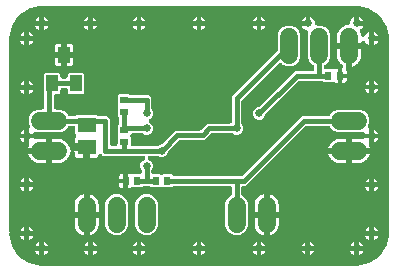
<source format=gbr>
G04 EAGLE Gerber X2 export*
%TF.Part,Single*%
%TF.FileFunction,Copper,L2,Bot,Mixed*%
%TF.FilePolarity,Positive*%
%TF.GenerationSoftware,Autodesk,EAGLE,9.0.0*%
%TF.CreationDate,2018-05-01T19:04:04Z*%
G75*
%MOMM*%
%FSLAX34Y34*%
%LPD*%
%AMOC8*
5,1,8,0,0,1.08239X$1,22.5*%
G01*
%ADD10R,1.500000X1.300000*%
%ADD11R,0.600000X0.700000*%
%ADD12C,0.600000*%
%ADD13R,0.700000X0.600000*%
%ADD14C,1.524000*%
%ADD15R,1.000000X1.400000*%
%ADD16C,0.650000*%
%ADD17C,0.406400*%

G36*
X32130Y4574D02*
X32130Y4574D01*
X32151Y4573D01*
X32820Y4586D01*
X32977Y4573D01*
X297223Y4573D01*
X297235Y4574D01*
X297247Y4573D01*
X297364Y4586D01*
X298048Y4573D01*
X298065Y4574D01*
X298086Y4573D01*
X298764Y4573D01*
X298807Y4577D01*
X298862Y4575D01*
X301959Y4725D01*
X301997Y4730D01*
X302035Y4730D01*
X302337Y4781D01*
X302358Y4784D01*
X302360Y4784D01*
X302363Y4785D01*
X308727Y6405D01*
X308827Y6441D01*
X308930Y6468D01*
X309034Y6516D01*
X309106Y6543D01*
X309157Y6574D01*
X309231Y6608D01*
X314939Y9856D01*
X315025Y9918D01*
X315118Y9971D01*
X315205Y10045D01*
X315267Y10089D01*
X315308Y10132D01*
X315371Y10185D01*
X320015Y14829D01*
X320082Y14912D01*
X320157Y14987D01*
X320221Y15082D01*
X320270Y15141D01*
X320298Y15194D01*
X320344Y15261D01*
X323592Y20969D01*
X323635Y21066D01*
X323687Y21159D01*
X323724Y21267D01*
X323755Y21337D01*
X323768Y21396D01*
X323795Y21473D01*
X325415Y27837D01*
X325421Y27875D01*
X325432Y27912D01*
X325472Y28215D01*
X325475Y28236D01*
X325475Y28238D01*
X325475Y28241D01*
X325625Y31338D01*
X325623Y31381D01*
X325627Y31436D01*
X325627Y32113D01*
X325626Y32130D01*
X325627Y32151D01*
X325614Y32820D01*
X325627Y32977D01*
X325627Y195623D01*
X325626Y195635D01*
X325627Y195647D01*
X325614Y195764D01*
X325627Y196449D01*
X325626Y196466D01*
X325627Y196487D01*
X325627Y197164D01*
X325623Y197206D01*
X325625Y197262D01*
X325475Y200359D01*
X325470Y200397D01*
X325470Y200435D01*
X325419Y200737D01*
X325416Y200758D01*
X325416Y200760D01*
X325415Y200763D01*
X323795Y207127D01*
X323759Y207227D01*
X323732Y207330D01*
X323684Y207434D01*
X323657Y207506D01*
X323626Y207557D01*
X323592Y207631D01*
X320344Y213339D01*
X320282Y213425D01*
X320229Y213518D01*
X320155Y213605D01*
X320111Y213667D01*
X320068Y213708D01*
X320015Y213771D01*
X315371Y218415D01*
X315288Y218482D01*
X315213Y218557D01*
X315118Y218621D01*
X315059Y218670D01*
X315006Y218698D01*
X314939Y218744D01*
X309231Y221992D01*
X309134Y222035D01*
X309041Y222087D01*
X308933Y222124D01*
X308863Y222155D01*
X308805Y222168D01*
X308727Y222195D01*
X302363Y223815D01*
X302325Y223821D01*
X302288Y223832D01*
X301985Y223872D01*
X301964Y223875D01*
X301962Y223875D01*
X301959Y223875D01*
X298862Y224025D01*
X298819Y224023D01*
X298764Y224027D01*
X298087Y224027D01*
X298070Y224026D01*
X298049Y224027D01*
X297380Y224014D01*
X297223Y224027D01*
X32977Y224027D01*
X32965Y224026D01*
X32953Y224027D01*
X32836Y224014D01*
X32151Y224027D01*
X32134Y224026D01*
X32113Y224027D01*
X31436Y224027D01*
X31394Y224023D01*
X31338Y224025D01*
X28241Y223875D01*
X28203Y223870D01*
X28165Y223870D01*
X27863Y223819D01*
X27842Y223816D01*
X27840Y223816D01*
X27837Y223815D01*
X21473Y222195D01*
X21373Y222159D01*
X21270Y222132D01*
X21166Y222084D01*
X21094Y222057D01*
X21043Y222026D01*
X20969Y221992D01*
X15261Y218744D01*
X15175Y218682D01*
X15082Y218629D01*
X14995Y218555D01*
X14933Y218511D01*
X14892Y218468D01*
X14829Y218415D01*
X10185Y213771D01*
X10118Y213688D01*
X10043Y213613D01*
X9979Y213518D01*
X9930Y213459D01*
X9902Y213406D01*
X9856Y213339D01*
X6608Y207631D01*
X6565Y207534D01*
X6513Y207441D01*
X6476Y207333D01*
X6445Y207263D01*
X6432Y207204D01*
X6405Y207127D01*
X4785Y200763D01*
X4779Y200725D01*
X4768Y200688D01*
X4728Y200385D01*
X4725Y200364D01*
X4725Y200362D01*
X4725Y200359D01*
X4575Y197262D01*
X4577Y197219D01*
X4573Y197164D01*
X4573Y196487D01*
X4574Y196470D01*
X4573Y196449D01*
X4586Y195780D01*
X4573Y195623D01*
X4573Y32977D01*
X4574Y32965D01*
X4573Y32953D01*
X4586Y32836D01*
X4573Y32151D01*
X4574Y32134D01*
X4573Y32113D01*
X4573Y31436D01*
X4577Y31394D01*
X4575Y31338D01*
X4725Y28241D01*
X4730Y28203D01*
X4730Y28165D01*
X4781Y27863D01*
X4784Y27842D01*
X4784Y27840D01*
X4785Y27837D01*
X6405Y21473D01*
X6441Y21373D01*
X6468Y21270D01*
X6516Y21166D01*
X6543Y21094D01*
X6574Y21043D01*
X6608Y20969D01*
X9856Y15261D01*
X9918Y15175D01*
X9971Y15082D01*
X10045Y14995D01*
X10089Y14933D01*
X10132Y14892D01*
X10185Y14829D01*
X14829Y10185D01*
X14912Y10118D01*
X14987Y10043D01*
X15082Y9979D01*
X15141Y9930D01*
X15194Y9902D01*
X15261Y9856D01*
X20969Y6608D01*
X21066Y6565D01*
X21159Y6513D01*
X21267Y6476D01*
X21337Y6445D01*
X21396Y6432D01*
X21473Y6405D01*
X27837Y4785D01*
X27875Y4779D01*
X27912Y4768D01*
X28215Y4728D01*
X28236Y4725D01*
X28238Y4725D01*
X28241Y4725D01*
X31338Y4575D01*
X31381Y4577D01*
X31436Y4573D01*
X32113Y4573D01*
X32130Y4574D01*
G37*
%LPC*%
G36*
X194936Y30384D02*
X194936Y30384D01*
X191400Y31849D01*
X188694Y34555D01*
X187229Y38091D01*
X187229Y57159D01*
X188694Y60695D01*
X191400Y63401D01*
X191563Y63469D01*
X191583Y63479D01*
X191604Y63486D01*
X191760Y63574D01*
X191918Y63659D01*
X191935Y63673D01*
X191955Y63684D01*
X192090Y63801D01*
X192229Y63915D01*
X192243Y63933D01*
X192260Y63947D01*
X192369Y64089D01*
X192482Y64228D01*
X192493Y64248D01*
X192506Y64265D01*
X192586Y64426D01*
X192669Y64584D01*
X192676Y64606D01*
X192686Y64626D01*
X192732Y64799D01*
X192782Y64971D01*
X192784Y64993D01*
X192790Y65015D01*
X192817Y65345D01*
X192817Y70136D01*
X192815Y70154D01*
X192817Y70172D01*
X192796Y70354D01*
X192777Y70537D01*
X192772Y70554D01*
X192770Y70571D01*
X192713Y70746D01*
X192659Y70922D01*
X192651Y70937D01*
X192645Y70954D01*
X192555Y71114D01*
X192467Y71276D01*
X192456Y71289D01*
X192447Y71305D01*
X192327Y71444D01*
X192210Y71585D01*
X192196Y71596D01*
X192184Y71610D01*
X192039Y71722D01*
X191896Y71837D01*
X191880Y71845D01*
X191866Y71856D01*
X191701Y71938D01*
X191539Y72023D01*
X191522Y72028D01*
X191506Y72036D01*
X191327Y72083D01*
X191152Y72134D01*
X191134Y72136D01*
X191117Y72140D01*
X190786Y72167D01*
X144488Y72167D01*
X144462Y72165D01*
X144435Y72167D01*
X144261Y72145D01*
X144087Y72127D01*
X144062Y72120D01*
X144035Y72116D01*
X143869Y72060D01*
X143703Y72009D01*
X143679Y71996D01*
X143654Y71988D01*
X143502Y71901D01*
X143349Y71817D01*
X143328Y71800D01*
X143305Y71787D01*
X143052Y71572D01*
X142179Y70699D01*
X134457Y70699D01*
X134445Y70709D01*
X134281Y70792D01*
X134119Y70878D01*
X134102Y70883D01*
X134086Y70891D01*
X133908Y70941D01*
X133733Y70993D01*
X133716Y70994D01*
X133698Y70999D01*
X133515Y71013D01*
X133332Y71029D01*
X133315Y71027D01*
X133297Y71028D01*
X133114Y71005D01*
X132932Y70986D01*
X132915Y70980D01*
X132897Y70978D01*
X132723Y70920D01*
X132548Y70864D01*
X132532Y70856D01*
X132516Y70850D01*
X132357Y70758D01*
X132250Y70699D01*
X124521Y70699D01*
X123648Y71572D01*
X123627Y71589D01*
X123610Y71610D01*
X123472Y71717D01*
X123337Y71827D01*
X123313Y71840D01*
X123292Y71856D01*
X123135Y71934D01*
X122981Y72016D01*
X122955Y72024D01*
X122931Y72036D01*
X122762Y72081D01*
X122595Y72131D01*
X122568Y72133D01*
X122543Y72140D01*
X122212Y72167D01*
X119088Y72167D01*
X119062Y72165D01*
X119035Y72167D01*
X118861Y72145D01*
X118687Y72127D01*
X118662Y72120D01*
X118635Y72116D01*
X118470Y72061D01*
X118303Y72009D01*
X118279Y71996D01*
X118254Y71988D01*
X118102Y71901D01*
X117949Y71817D01*
X117928Y71800D01*
X117905Y71787D01*
X117652Y71572D01*
X116779Y70699D01*
X108709Y70699D01*
X108692Y70705D01*
X108646Y70712D01*
X108602Y70725D01*
X108447Y70739D01*
X108293Y70760D01*
X108247Y70757D01*
X108201Y70761D01*
X108046Y70745D01*
X107891Y70735D01*
X107846Y70723D01*
X107800Y70718D01*
X107652Y70671D01*
X107502Y70631D01*
X107455Y70609D01*
X107416Y70597D01*
X107341Y70555D01*
X107202Y70489D01*
X106931Y70332D01*
X106285Y70159D01*
X104981Y70159D01*
X104981Y76200D01*
X104981Y82241D01*
X106285Y82241D01*
X106931Y82068D01*
X107202Y81911D01*
X107344Y81847D01*
X107482Y81777D01*
X107527Y81764D01*
X107569Y81745D01*
X107720Y81710D01*
X107870Y81669D01*
X107916Y81665D01*
X107961Y81655D01*
X108117Y81651D01*
X108272Y81639D01*
X108318Y81645D01*
X108364Y81644D01*
X108517Y81670D01*
X108671Y81690D01*
X108703Y81701D01*
X114586Y81701D01*
X114604Y81703D01*
X114622Y81701D01*
X114804Y81722D01*
X114987Y81741D01*
X115004Y81746D01*
X115021Y81748D01*
X115196Y81805D01*
X115372Y81859D01*
X115387Y81867D01*
X115404Y81873D01*
X115564Y81963D01*
X115726Y82051D01*
X115739Y82062D01*
X115755Y82071D01*
X115894Y82191D01*
X116035Y82308D01*
X116046Y82322D01*
X116060Y82334D01*
X116172Y82479D01*
X116287Y82622D01*
X116295Y82638D01*
X116306Y82652D01*
X116388Y82817D01*
X116473Y82979D01*
X116478Y82996D01*
X116486Y83012D01*
X116533Y83191D01*
X116584Y83366D01*
X116586Y83384D01*
X116590Y83401D01*
X116617Y83732D01*
X116617Y84666D01*
X116615Y84693D01*
X116617Y84719D01*
X116595Y84893D01*
X116577Y85066D01*
X116569Y85092D01*
X116566Y85119D01*
X116510Y85285D01*
X116459Y85451D01*
X116446Y85475D01*
X116438Y85500D01*
X116351Y85652D01*
X116267Y85805D01*
X116250Y85826D01*
X116237Y85849D01*
X116224Y85864D01*
X115399Y87856D01*
X115399Y89944D01*
X116199Y91874D01*
X117676Y93351D01*
X118419Y93659D01*
X118423Y93661D01*
X118428Y93663D01*
X118601Y93756D01*
X118774Y93850D01*
X118778Y93852D01*
X118782Y93855D01*
X118932Y93980D01*
X119085Y94106D01*
X119087Y94109D01*
X119091Y94112D01*
X119212Y94263D01*
X119338Y94419D01*
X119340Y94423D01*
X119343Y94426D01*
X119433Y94599D01*
X119525Y94775D01*
X119527Y94780D01*
X119529Y94783D01*
X119582Y94970D01*
X119639Y95162D01*
X119639Y95166D01*
X119640Y95170D01*
X119656Y95368D01*
X119673Y95563D01*
X119673Y95567D01*
X119673Y95572D01*
X119650Y95766D01*
X119628Y95963D01*
X119627Y95967D01*
X119626Y95971D01*
X119565Y96159D01*
X119505Y96346D01*
X119503Y96350D01*
X119501Y96354D01*
X119404Y96527D01*
X119309Y96698D01*
X119306Y96701D01*
X119303Y96705D01*
X119175Y96853D01*
X119047Y97003D01*
X119043Y97006D01*
X119040Y97010D01*
X118887Y97129D01*
X118730Y97252D01*
X118726Y97254D01*
X118722Y97256D01*
X118547Y97343D01*
X118370Y97432D01*
X118366Y97434D01*
X118362Y97436D01*
X118172Y97487D01*
X117982Y97539D01*
X117977Y97539D01*
X117973Y97540D01*
X117642Y97567D01*
X84055Y97567D01*
X83174Y98448D01*
X83061Y98540D01*
X82953Y98639D01*
X82906Y98668D01*
X82863Y98703D01*
X82733Y98771D01*
X82608Y98847D01*
X82556Y98865D01*
X82507Y98891D01*
X82367Y98933D01*
X82229Y98982D01*
X82174Y98990D01*
X82121Y99006D01*
X81975Y99019D01*
X81831Y99040D01*
X81776Y99037D01*
X81720Y99042D01*
X81575Y99027D01*
X81429Y99019D01*
X81375Y99005D01*
X81320Y98999D01*
X81180Y98955D01*
X81039Y98918D01*
X80989Y98894D01*
X80936Y98878D01*
X80808Y98807D01*
X80676Y98743D01*
X80632Y98710D01*
X80584Y98683D01*
X80472Y98588D01*
X80356Y98500D01*
X80319Y98458D01*
X80277Y98422D01*
X80186Y98307D01*
X80089Y98198D01*
X80062Y98150D01*
X80027Y98106D01*
X79961Y97976D01*
X79888Y97849D01*
X79866Y97790D01*
X79845Y97747D01*
X79822Y97667D01*
X79776Y97537D01*
X79718Y97319D01*
X79383Y96740D01*
X78910Y96267D01*
X78331Y95932D01*
X77685Y95759D01*
X73099Y95759D01*
X73099Y103582D01*
X73097Y103600D01*
X73099Y103617D01*
X73078Y103800D01*
X73059Y103982D01*
X73054Y103999D01*
X73052Y104017D01*
X72995Y104192D01*
X72941Y104367D01*
X72933Y104383D01*
X72927Y104400D01*
X72837Y104560D01*
X72749Y104721D01*
X72738Y104735D01*
X72729Y104751D01*
X72609Y104890D01*
X72492Y105031D01*
X72478Y105042D01*
X72466Y105055D01*
X72321Y105168D01*
X72178Y105283D01*
X72162Y105291D01*
X72148Y105302D01*
X71983Y105384D01*
X71821Y105468D01*
X71804Y105473D01*
X71788Y105481D01*
X71609Y105529D01*
X71434Y105580D01*
X71416Y105581D01*
X71399Y105586D01*
X71068Y105613D01*
X70663Y105613D01*
X70663Y106018D01*
X70661Y106036D01*
X70663Y106054D01*
X70641Y106236D01*
X70623Y106419D01*
X70618Y106436D01*
X70616Y106453D01*
X70559Y106628D01*
X70505Y106804D01*
X70497Y106819D01*
X70491Y106836D01*
X70401Y106996D01*
X70313Y107158D01*
X70302Y107171D01*
X70293Y107187D01*
X70173Y107326D01*
X70055Y107467D01*
X70042Y107478D01*
X70030Y107492D01*
X69885Y107604D01*
X69742Y107719D01*
X69726Y107727D01*
X69712Y107738D01*
X69547Y107820D01*
X69384Y107905D01*
X69367Y107910D01*
X69351Y107918D01*
X69173Y107965D01*
X68998Y108016D01*
X68980Y108018D01*
X68963Y108022D01*
X68632Y108049D01*
X59809Y108049D01*
X59809Y111635D01*
X59982Y112281D01*
X60317Y112860D01*
X60702Y113246D01*
X60714Y113259D01*
X60727Y113271D01*
X60841Y113415D01*
X60957Y113557D01*
X60966Y113573D01*
X60977Y113587D01*
X61060Y113751D01*
X61146Y113913D01*
X61151Y113930D01*
X61159Y113946D01*
X61209Y114123D01*
X61261Y114299D01*
X61262Y114316D01*
X61267Y114334D01*
X61281Y114517D01*
X61297Y114700D01*
X61295Y114717D01*
X61297Y114735D01*
X61274Y114917D01*
X61254Y115100D01*
X61248Y115117D01*
X61246Y115135D01*
X61188Y115308D01*
X61132Y115484D01*
X61124Y115499D01*
X61118Y115516D01*
X61026Y115676D01*
X60938Y115836D01*
X60926Y115850D01*
X60917Y115865D01*
X60702Y116118D01*
X60349Y116471D01*
X60349Y120936D01*
X60347Y120954D01*
X60349Y120972D01*
X60328Y121154D01*
X60309Y121337D01*
X60304Y121354D01*
X60302Y121371D01*
X60245Y121546D01*
X60191Y121722D01*
X60183Y121737D01*
X60177Y121754D01*
X60087Y121914D01*
X59999Y122076D01*
X59988Y122089D01*
X59979Y122105D01*
X59859Y122244D01*
X59742Y122385D01*
X59728Y122396D01*
X59716Y122410D01*
X59571Y122522D01*
X59428Y122637D01*
X59412Y122645D01*
X59398Y122656D01*
X59233Y122738D01*
X59071Y122823D01*
X59054Y122828D01*
X59038Y122836D01*
X58859Y122883D01*
X58684Y122934D01*
X58666Y122936D01*
X58649Y122940D01*
X58318Y122967D01*
X55820Y122967D01*
X55798Y122965D01*
X55776Y122967D01*
X55598Y122945D01*
X55420Y122927D01*
X55398Y122921D01*
X55376Y122918D01*
X55206Y122862D01*
X55035Y122809D01*
X55015Y122799D01*
X54994Y122792D01*
X54838Y122703D01*
X54681Y122617D01*
X54664Y122603D01*
X54644Y122592D01*
X54508Y122474D01*
X54371Y122360D01*
X54357Y122342D01*
X54341Y122328D01*
X54231Y122186D01*
X54119Y122046D01*
X54109Y122026D01*
X54095Y122008D01*
X53944Y121713D01*
X53876Y121550D01*
X51170Y118844D01*
X47634Y117379D01*
X28566Y117379D01*
X27473Y117832D01*
X27463Y117835D01*
X27453Y117840D01*
X27270Y117893D01*
X27088Y117948D01*
X27077Y117950D01*
X27066Y117953D01*
X26877Y117969D01*
X26687Y117987D01*
X26676Y117985D01*
X26665Y117986D01*
X26477Y117965D01*
X26287Y117945D01*
X26276Y117942D01*
X26265Y117940D01*
X26084Y117882D01*
X25902Y117825D01*
X25893Y117820D01*
X25882Y117816D01*
X25715Y117722D01*
X25549Y117632D01*
X25541Y117625D01*
X25531Y117619D01*
X25385Y117494D01*
X25241Y117373D01*
X25234Y117364D01*
X25225Y117357D01*
X25108Y117206D01*
X24990Y117058D01*
X24985Y117048D01*
X24978Y117039D01*
X24893Y116869D01*
X24806Y116700D01*
X24803Y116689D01*
X24798Y116679D01*
X24748Y116496D01*
X24702Y116331D01*
X21081Y116331D01*
X21081Y120462D01*
X21201Y120565D01*
X21346Y120686D01*
X21353Y120695D01*
X21362Y120703D01*
X21480Y120853D01*
X21598Y121001D01*
X21603Y121011D01*
X21610Y121020D01*
X21696Y121191D01*
X21783Y121358D01*
X21786Y121369D01*
X21791Y121379D01*
X21842Y121564D01*
X21893Y121745D01*
X21894Y121757D01*
X21897Y121768D01*
X21910Y121957D01*
X21926Y122147D01*
X21924Y122158D01*
X21925Y122169D01*
X21901Y122356D01*
X21878Y122546D01*
X21874Y122557D01*
X21873Y122569D01*
X21771Y122885D01*
X20859Y125086D01*
X20859Y128914D01*
X22324Y132450D01*
X25030Y135156D01*
X28566Y136621D01*
X32036Y136621D01*
X32054Y136623D01*
X32072Y136621D01*
X32254Y136642D01*
X32437Y136661D01*
X32454Y136666D01*
X32471Y136668D01*
X32646Y136725D01*
X32822Y136779D01*
X32837Y136787D01*
X32854Y136793D01*
X33014Y136883D01*
X33176Y136971D01*
X33189Y136982D01*
X33205Y136991D01*
X33344Y137111D01*
X33485Y137228D01*
X33496Y137242D01*
X33510Y137254D01*
X33622Y137399D01*
X33737Y137542D01*
X33745Y137558D01*
X33756Y137572D01*
X33838Y137737D01*
X33923Y137899D01*
X33928Y137916D01*
X33936Y137932D01*
X33983Y138111D01*
X34034Y138286D01*
X34036Y138304D01*
X34040Y138321D01*
X34067Y138652D01*
X34067Y149732D01*
X34065Y149759D01*
X34067Y149785D01*
X34045Y149959D01*
X34027Y150133D01*
X34020Y150158D01*
X34016Y150185D01*
X33961Y150350D01*
X33909Y150517D01*
X33896Y150541D01*
X33888Y150566D01*
X33801Y150718D01*
X33717Y150871D01*
X33700Y150892D01*
X33687Y150915D01*
X33639Y150971D01*
X33639Y166659D01*
X34811Y167831D01*
X46469Y167831D01*
X47641Y166659D01*
X47641Y164894D01*
X47643Y164876D01*
X47641Y164858D01*
X47662Y164676D01*
X47681Y164493D01*
X47686Y164476D01*
X47688Y164459D01*
X47745Y164284D01*
X47799Y164108D01*
X47807Y164093D01*
X47813Y164076D01*
X47903Y163916D01*
X47991Y163754D01*
X48002Y163741D01*
X48011Y163725D01*
X48131Y163586D01*
X48248Y163445D01*
X48262Y163434D01*
X48274Y163420D01*
X48419Y163308D01*
X48562Y163193D01*
X48578Y163185D01*
X48592Y163174D01*
X48757Y163092D01*
X48919Y163007D01*
X48936Y163002D01*
X48952Y162994D01*
X49131Y162947D01*
X49306Y162896D01*
X49324Y162894D01*
X49341Y162890D01*
X49672Y162863D01*
X51928Y162863D01*
X51946Y162865D01*
X51964Y162863D01*
X52146Y162884D01*
X52329Y162903D01*
X52346Y162908D01*
X52363Y162910D01*
X52538Y162967D01*
X52714Y163021D01*
X52729Y163029D01*
X52746Y163035D01*
X52906Y163125D01*
X53068Y163213D01*
X53081Y163224D01*
X53097Y163233D01*
X53236Y163353D01*
X53377Y163470D01*
X53388Y163484D01*
X53402Y163496D01*
X53514Y163641D01*
X53629Y163784D01*
X53637Y163800D01*
X53648Y163814D01*
X53730Y163979D01*
X53815Y164141D01*
X53820Y164158D01*
X53828Y164174D01*
X53875Y164353D01*
X53926Y164528D01*
X53928Y164546D01*
X53932Y164563D01*
X53959Y164894D01*
X53959Y166659D01*
X55131Y167831D01*
X66789Y167831D01*
X67961Y166659D01*
X67961Y151001D01*
X66789Y149829D01*
X55131Y149829D01*
X53959Y151001D01*
X53959Y152766D01*
X53957Y152784D01*
X53959Y152802D01*
X53938Y152984D01*
X53919Y153167D01*
X53914Y153184D01*
X53912Y153201D01*
X53855Y153376D01*
X53801Y153552D01*
X53793Y153567D01*
X53787Y153584D01*
X53697Y153744D01*
X53609Y153906D01*
X53598Y153919D01*
X53589Y153935D01*
X53469Y154074D01*
X53352Y154215D01*
X53338Y154226D01*
X53326Y154240D01*
X53182Y154352D01*
X53038Y154467D01*
X53022Y154475D01*
X53008Y154486D01*
X52843Y154568D01*
X52681Y154653D01*
X52664Y154658D01*
X52648Y154666D01*
X52469Y154713D01*
X52294Y154764D01*
X52276Y154766D01*
X52259Y154770D01*
X51928Y154797D01*
X49672Y154797D01*
X49654Y154795D01*
X49636Y154797D01*
X49454Y154776D01*
X49271Y154757D01*
X49254Y154752D01*
X49237Y154750D01*
X49062Y154693D01*
X48886Y154639D01*
X48871Y154631D01*
X48854Y154625D01*
X48694Y154535D01*
X48532Y154447D01*
X48519Y154436D01*
X48503Y154427D01*
X48364Y154307D01*
X48223Y154190D01*
X48212Y154176D01*
X48198Y154164D01*
X48086Y154019D01*
X47971Y153876D01*
X47963Y153860D01*
X47952Y153846D01*
X47869Y153680D01*
X47785Y153519D01*
X47780Y153502D01*
X47772Y153486D01*
X47725Y153307D01*
X47674Y153132D01*
X47672Y153114D01*
X47668Y153097D01*
X47641Y152766D01*
X47641Y151001D01*
X46469Y149829D01*
X44164Y149829D01*
X44146Y149827D01*
X44128Y149829D01*
X43946Y149808D01*
X43763Y149789D01*
X43746Y149784D01*
X43729Y149782D01*
X43554Y149725D01*
X43378Y149671D01*
X43363Y149663D01*
X43346Y149657D01*
X43186Y149567D01*
X43024Y149479D01*
X43011Y149468D01*
X42995Y149459D01*
X42856Y149339D01*
X42715Y149222D01*
X42704Y149208D01*
X42690Y149196D01*
X42578Y149051D01*
X42463Y148908D01*
X42455Y148892D01*
X42444Y148878D01*
X42362Y148713D01*
X42277Y148551D01*
X42272Y148534D01*
X42264Y148518D01*
X42217Y148339D01*
X42166Y148164D01*
X42164Y148146D01*
X42160Y148129D01*
X42133Y147798D01*
X42133Y138652D01*
X42135Y138634D01*
X42133Y138616D01*
X42154Y138434D01*
X42173Y138251D01*
X42178Y138234D01*
X42180Y138217D01*
X42237Y138042D01*
X42291Y137866D01*
X42299Y137851D01*
X42305Y137834D01*
X42395Y137674D01*
X42483Y137512D01*
X42494Y137499D01*
X42503Y137483D01*
X42623Y137344D01*
X42740Y137203D01*
X42754Y137192D01*
X42766Y137178D01*
X42911Y137066D01*
X43054Y136951D01*
X43070Y136943D01*
X43084Y136932D01*
X43249Y136850D01*
X43411Y136765D01*
X43428Y136760D01*
X43444Y136752D01*
X43623Y136705D01*
X43798Y136654D01*
X43816Y136652D01*
X43833Y136648D01*
X44164Y136621D01*
X47634Y136621D01*
X51170Y135156D01*
X53876Y132450D01*
X53944Y132287D01*
X53954Y132267D01*
X53961Y132246D01*
X54049Y132090D01*
X54134Y131932D01*
X54148Y131915D01*
X54159Y131895D01*
X54276Y131760D01*
X54390Y131621D01*
X54408Y131607D01*
X54422Y131590D01*
X54564Y131481D01*
X54703Y131368D01*
X54723Y131357D01*
X54740Y131344D01*
X54901Y131264D01*
X55059Y131181D01*
X55081Y131174D01*
X55101Y131164D01*
X55274Y131118D01*
X55446Y131068D01*
X55468Y131066D01*
X55490Y131060D01*
X55820Y131033D01*
X59412Y131033D01*
X59438Y131035D01*
X59465Y131033D01*
X59639Y131055D01*
X59813Y131073D01*
X59838Y131080D01*
X59865Y131084D01*
X60031Y131140D01*
X60197Y131191D01*
X60221Y131204D01*
X60246Y131212D01*
X60398Y131299D01*
X60551Y131383D01*
X60572Y131400D01*
X60595Y131413D01*
X60848Y131628D01*
X61521Y132301D01*
X78179Y132301D01*
X78852Y131628D01*
X78872Y131611D01*
X78890Y131590D01*
X79028Y131483D01*
X79163Y131373D01*
X79187Y131360D01*
X79208Y131344D01*
X79365Y131266D01*
X79519Y131184D01*
X79545Y131176D01*
X79569Y131164D01*
X79738Y131119D01*
X79905Y131069D01*
X79932Y131067D01*
X79957Y131060D01*
X80288Y131033D01*
X87395Y131033D01*
X89758Y128670D01*
X89758Y107664D01*
X89760Y107646D01*
X89758Y107628D01*
X89779Y107446D01*
X89798Y107263D01*
X89803Y107246D01*
X89805Y107229D01*
X89862Y107053D01*
X89916Y106878D01*
X89924Y106863D01*
X89930Y106846D01*
X90020Y106686D01*
X90108Y106524D01*
X90119Y106511D01*
X90128Y106495D01*
X90248Y106356D01*
X90365Y106215D01*
X90379Y106204D01*
X90391Y106190D01*
X90536Y106078D01*
X90679Y105963D01*
X90695Y105955D01*
X90709Y105944D01*
X90874Y105862D01*
X91036Y105777D01*
X91053Y105772D01*
X91069Y105764D01*
X91248Y105717D01*
X91423Y105666D01*
X91441Y105664D01*
X91458Y105660D01*
X91789Y105633D01*
X94068Y105633D01*
X94086Y105635D01*
X94104Y105633D01*
X94286Y105654D01*
X94469Y105673D01*
X94486Y105678D01*
X94503Y105680D01*
X94678Y105737D01*
X94854Y105791D01*
X94869Y105799D01*
X94886Y105805D01*
X95046Y105895D01*
X95208Y105983D01*
X95221Y105994D01*
X95237Y106003D01*
X95376Y106123D01*
X95517Y106240D01*
X95528Y106254D01*
X95542Y106266D01*
X95654Y106411D01*
X95769Y106554D01*
X95777Y106570D01*
X95788Y106584D01*
X95870Y106749D01*
X95955Y106911D01*
X95960Y106928D01*
X95968Y106944D01*
X96015Y107123D01*
X96066Y107298D01*
X96068Y107316D01*
X96072Y107333D01*
X96099Y107664D01*
X96099Y113193D01*
X96109Y113205D01*
X96193Y113370D01*
X96278Y113531D01*
X96283Y113548D01*
X96291Y113564D01*
X96340Y113741D01*
X96393Y113917D01*
X96394Y113935D01*
X96399Y113952D01*
X96412Y114134D01*
X96429Y114318D01*
X96427Y114336D01*
X96428Y114353D01*
X96406Y114535D01*
X96386Y114718D01*
X96380Y114735D01*
X96378Y114753D01*
X96320Y114926D01*
X96264Y115102D01*
X96256Y115118D01*
X96250Y115135D01*
X96158Y115293D01*
X96099Y115400D01*
X96099Y123129D01*
X96972Y124002D01*
X96989Y124022D01*
X97010Y124040D01*
X97117Y124178D01*
X97227Y124313D01*
X97240Y124337D01*
X97256Y124358D01*
X97334Y124515D01*
X97416Y124669D01*
X97424Y124695D01*
X97436Y124719D01*
X97481Y124888D01*
X97531Y125055D01*
X97533Y125082D01*
X97540Y125107D01*
X97567Y125438D01*
X97567Y128562D01*
X97565Y128588D01*
X97567Y128615D01*
X97545Y128789D01*
X97527Y128963D01*
X97520Y128988D01*
X97516Y129015D01*
X97461Y129180D01*
X97409Y129347D01*
X97396Y129371D01*
X97388Y129396D01*
X97301Y129548D01*
X97217Y129701D01*
X97200Y129722D01*
X97187Y129745D01*
X96972Y129998D01*
X96099Y130871D01*
X96099Y138593D01*
X96109Y138605D01*
X96193Y138770D01*
X96278Y138931D01*
X96283Y138948D01*
X96291Y138964D01*
X96340Y139140D01*
X96393Y139317D01*
X96394Y139335D01*
X96399Y139352D01*
X96412Y139535D01*
X96429Y139718D01*
X96427Y139736D01*
X96428Y139753D01*
X96406Y139935D01*
X96386Y140118D01*
X96380Y140135D01*
X96378Y140153D01*
X96320Y140326D01*
X96264Y140502D01*
X96256Y140518D01*
X96250Y140535D01*
X96158Y140694D01*
X96099Y140800D01*
X96099Y148529D01*
X97271Y149701D01*
X105929Y149701D01*
X106302Y149328D01*
X106323Y149311D01*
X106340Y149290D01*
X106478Y149183D01*
X106613Y149073D01*
X106637Y149060D01*
X106658Y149044D01*
X106815Y148966D01*
X106969Y148884D01*
X106995Y148876D01*
X107019Y148864D01*
X107188Y148819D01*
X107355Y148769D01*
X107382Y148767D01*
X107407Y148760D01*
X107738Y148733D01*
X122320Y148733D01*
X124683Y146370D01*
X124683Y137584D01*
X124685Y137558D01*
X124683Y137531D01*
X124705Y137357D01*
X124723Y137184D01*
X124730Y137158D01*
X124734Y137132D01*
X124790Y136966D01*
X124841Y136799D01*
X124854Y136775D01*
X124862Y136750D01*
X124949Y136598D01*
X125033Y136445D01*
X125050Y136424D01*
X125063Y136401D01*
X125076Y136386D01*
X125901Y134394D01*
X125901Y132306D01*
X125101Y130376D01*
X123624Y128899D01*
X123571Y128877D01*
X123563Y128872D01*
X123555Y128870D01*
X123385Y128777D01*
X123216Y128687D01*
X123209Y128681D01*
X123202Y128677D01*
X123055Y128553D01*
X122906Y128430D01*
X122900Y128423D01*
X122893Y128417D01*
X122773Y128267D01*
X122652Y128117D01*
X122648Y128110D01*
X122642Y128103D01*
X122554Y127930D01*
X122465Y127761D01*
X122463Y127752D01*
X122459Y127744D01*
X122406Y127558D01*
X122352Y127375D01*
X122351Y127366D01*
X122349Y127357D01*
X122334Y127165D01*
X122317Y126973D01*
X122318Y126965D01*
X122318Y126956D01*
X122341Y126764D01*
X122363Y126573D01*
X122365Y126565D01*
X122366Y126556D01*
X122428Y126371D01*
X122486Y126190D01*
X122490Y126182D01*
X122493Y126174D01*
X122588Y126008D01*
X122682Y125839D01*
X122688Y125832D01*
X122692Y125824D01*
X122818Y125679D01*
X122944Y125533D01*
X122951Y125527D01*
X122957Y125520D01*
X123110Y125403D01*
X123261Y125284D01*
X123269Y125280D01*
X123276Y125275D01*
X123571Y125123D01*
X123624Y125101D01*
X125101Y123624D01*
X125901Y121694D01*
X125901Y119606D01*
X125101Y117676D01*
X123624Y116199D01*
X121694Y115399D01*
X119606Y115399D01*
X117597Y116231D01*
X117541Y116277D01*
X117517Y116290D01*
X117496Y116306D01*
X117339Y116384D01*
X117185Y116466D01*
X117159Y116474D01*
X117135Y116486D01*
X116966Y116531D01*
X116799Y116581D01*
X116772Y116583D01*
X116746Y116590D01*
X116416Y116617D01*
X109088Y116617D01*
X109062Y116615D01*
X109035Y116617D01*
X108861Y116595D01*
X108687Y116577D01*
X108662Y116570D01*
X108635Y116566D01*
X108470Y116511D01*
X108303Y116459D01*
X108279Y116446D01*
X108254Y116438D01*
X108102Y116351D01*
X107949Y116267D01*
X107928Y116250D01*
X107905Y116237D01*
X107652Y116022D01*
X107366Y115736D01*
X107354Y115722D01*
X107341Y115711D01*
X107227Y115567D01*
X107111Y115425D01*
X107102Y115409D01*
X107091Y115395D01*
X107008Y115231D01*
X106922Y115069D01*
X106917Y115052D01*
X106909Y115036D01*
X106859Y114859D01*
X106807Y114683D01*
X106806Y114665D01*
X106801Y114648D01*
X106787Y114465D01*
X106771Y114282D01*
X106773Y114264D01*
X106772Y114247D01*
X106794Y114065D01*
X106814Y113882D01*
X106820Y113865D01*
X106822Y113847D01*
X106880Y113674D01*
X106936Y113498D01*
X106944Y113482D01*
X106950Y113466D01*
X107042Y113305D01*
X107101Y113200D01*
X107101Y107664D01*
X107103Y107646D01*
X107101Y107628D01*
X107122Y107446D01*
X107141Y107263D01*
X107146Y107246D01*
X107148Y107229D01*
X107205Y107053D01*
X107259Y106878D01*
X107267Y106863D01*
X107273Y106846D01*
X107363Y106686D01*
X107451Y106524D01*
X107462Y106511D01*
X107471Y106495D01*
X107591Y106356D01*
X107708Y106215D01*
X107722Y106204D01*
X107734Y106190D01*
X107879Y106078D01*
X108022Y105963D01*
X108038Y105955D01*
X108052Y105944D01*
X108217Y105862D01*
X108379Y105777D01*
X108396Y105772D01*
X108412Y105764D01*
X108591Y105717D01*
X108766Y105666D01*
X108784Y105664D01*
X108801Y105660D01*
X109132Y105633D01*
X129116Y105633D01*
X129142Y105635D01*
X129169Y105633D01*
X129343Y105655D01*
X129516Y105673D01*
X129542Y105680D01*
X129568Y105684D01*
X129734Y105739D01*
X129901Y105791D01*
X129925Y105804D01*
X129950Y105812D01*
X130102Y105899D01*
X130255Y105983D01*
X130276Y106000D01*
X130299Y106013D01*
X130314Y106026D01*
X132385Y106883D01*
X132457Y106891D01*
X132482Y106898D01*
X132509Y106902D01*
X132675Y106957D01*
X132842Y107009D01*
X132865Y107022D01*
X132891Y107030D01*
X133042Y107117D01*
X133196Y107201D01*
X133216Y107218D01*
X133240Y107231D01*
X133493Y107446D01*
X144848Y118801D01*
X165501Y118801D01*
X165528Y118803D01*
X165554Y118801D01*
X165728Y118823D01*
X165902Y118841D01*
X165927Y118848D01*
X165954Y118852D01*
X166119Y118907D01*
X166286Y118959D01*
X166310Y118972D01*
X166335Y118980D01*
X166487Y119067D01*
X166641Y119151D01*
X166661Y119168D01*
X166684Y119181D01*
X166937Y119396D01*
X172224Y124683D01*
X190786Y124683D01*
X190804Y124685D01*
X190822Y124683D01*
X191004Y124704D01*
X191187Y124723D01*
X191204Y124728D01*
X191221Y124730D01*
X191396Y124787D01*
X191572Y124841D01*
X191587Y124849D01*
X191604Y124855D01*
X191764Y124945D01*
X191926Y125033D01*
X191939Y125044D01*
X191955Y125053D01*
X192094Y125173D01*
X192235Y125290D01*
X192246Y125304D01*
X192260Y125316D01*
X192372Y125461D01*
X192487Y125604D01*
X192495Y125620D01*
X192506Y125634D01*
X192588Y125799D01*
X192673Y125961D01*
X192678Y125978D01*
X192686Y125994D01*
X192733Y126173D01*
X192784Y126348D01*
X192786Y126366D01*
X192790Y126383D01*
X192817Y126714D01*
X192817Y147720D01*
X231084Y185987D01*
X231101Y186008D01*
X231122Y186026D01*
X231229Y186164D01*
X231339Y186299D01*
X231352Y186323D01*
X231368Y186344D01*
X231446Y186501D01*
X231528Y186655D01*
X231536Y186680D01*
X231548Y186704D01*
X231593Y186874D01*
X231643Y187041D01*
X231645Y187067D01*
X231652Y187093D01*
X231679Y187424D01*
X231679Y200034D01*
X233144Y203570D01*
X235850Y206276D01*
X239386Y207741D01*
X243214Y207741D01*
X246750Y206276D01*
X249456Y203570D01*
X250921Y200034D01*
X250921Y180966D01*
X249456Y177430D01*
X246750Y174724D01*
X243214Y173259D01*
X239386Y173259D01*
X235850Y174724D01*
X234975Y175599D01*
X234961Y175611D01*
X234950Y175624D01*
X234805Y175738D01*
X234664Y175854D01*
X234648Y175863D01*
X234634Y175874D01*
X234470Y175957D01*
X234308Y176043D01*
X234291Y176048D01*
X234275Y176056D01*
X234098Y176105D01*
X233922Y176158D01*
X233904Y176159D01*
X233887Y176164D01*
X233704Y176177D01*
X233521Y176194D01*
X233503Y176192D01*
X233485Y176193D01*
X233303Y176171D01*
X233121Y176151D01*
X233104Y176145D01*
X233086Y176143D01*
X232912Y176085D01*
X232737Y176029D01*
X232721Y176021D01*
X232704Y176015D01*
X232545Y175923D01*
X232384Y175834D01*
X232371Y175823D01*
X232355Y175814D01*
X232102Y175599D01*
X201478Y144975D01*
X201461Y144954D01*
X201440Y144936D01*
X201333Y144798D01*
X201223Y144663D01*
X201210Y144639D01*
X201194Y144618D01*
X201116Y144461D01*
X201034Y144307D01*
X201026Y144282D01*
X201014Y144258D01*
X200969Y144088D01*
X200919Y143921D01*
X200917Y143895D01*
X200910Y143869D01*
X200883Y143538D01*
X200883Y124884D01*
X200885Y124858D01*
X200883Y124831D01*
X200905Y124657D01*
X200923Y124484D01*
X200930Y124458D01*
X200934Y124432D01*
X200989Y124266D01*
X201041Y124099D01*
X201054Y124075D01*
X201062Y124050D01*
X201149Y123898D01*
X201233Y123745D01*
X201250Y123724D01*
X201263Y123701D01*
X201276Y123686D01*
X202101Y121694D01*
X202101Y119606D01*
X201301Y117676D01*
X199824Y116199D01*
X197894Y115399D01*
X195806Y115399D01*
X193797Y116231D01*
X193741Y116277D01*
X193717Y116290D01*
X193696Y116306D01*
X193539Y116384D01*
X193385Y116466D01*
X193359Y116474D01*
X193335Y116486D01*
X193166Y116531D01*
X192999Y116581D01*
X192972Y116583D01*
X192946Y116590D01*
X192616Y116617D01*
X176407Y116617D01*
X176380Y116615D01*
X176353Y116617D01*
X176179Y116595D01*
X176006Y116577D01*
X175980Y116570D01*
X175954Y116566D01*
X175788Y116511D01*
X175621Y116459D01*
X175597Y116446D01*
X175572Y116438D01*
X175420Y116351D01*
X175267Y116267D01*
X175247Y116250D01*
X175223Y116237D01*
X174970Y116022D01*
X169683Y110735D01*
X149030Y110735D01*
X149003Y110733D01*
X148976Y110735D01*
X148803Y110713D01*
X148629Y110695D01*
X148604Y110688D01*
X148577Y110684D01*
X148411Y110629D01*
X148244Y110577D01*
X148221Y110564D01*
X148195Y110556D01*
X148044Y110469D01*
X147890Y110385D01*
X147870Y110368D01*
X147846Y110355D01*
X147593Y110140D01*
X139196Y101743D01*
X139179Y101722D01*
X139158Y101704D01*
X139051Y101566D01*
X138941Y101431D01*
X138928Y101407D01*
X138912Y101386D01*
X138834Y101229D01*
X138752Y101075D01*
X138744Y101050D01*
X138732Y101026D01*
X138687Y100856D01*
X138637Y100689D01*
X138635Y100663D01*
X138628Y100637D01*
X138626Y100617D01*
X137801Y98626D01*
X136324Y97149D01*
X134394Y96349D01*
X132306Y96349D01*
X130297Y97181D01*
X130241Y97227D01*
X130217Y97240D01*
X130196Y97256D01*
X130039Y97334D01*
X129885Y97416D01*
X129859Y97424D01*
X129835Y97436D01*
X129666Y97481D01*
X129499Y97531D01*
X129472Y97533D01*
X129446Y97540D01*
X129116Y97567D01*
X123658Y97567D01*
X123653Y97567D01*
X123649Y97567D01*
X123454Y97547D01*
X123257Y97527D01*
X123253Y97526D01*
X123248Y97526D01*
X123060Y97467D01*
X122872Y97409D01*
X122868Y97407D01*
X122864Y97406D01*
X122692Y97312D01*
X122518Y97217D01*
X122515Y97215D01*
X122511Y97212D01*
X122360Y97086D01*
X122209Y96960D01*
X122206Y96956D01*
X122203Y96953D01*
X122078Y96797D01*
X121957Y96646D01*
X121955Y96642D01*
X121952Y96638D01*
X121861Y96461D01*
X121771Y96289D01*
X121770Y96284D01*
X121768Y96280D01*
X121714Y96088D01*
X121660Y95902D01*
X121659Y95897D01*
X121658Y95893D01*
X121643Y95697D01*
X121627Y95500D01*
X121627Y95496D01*
X121627Y95492D01*
X121651Y95297D01*
X121674Y95101D01*
X121675Y95096D01*
X121676Y95092D01*
X121738Y94905D01*
X121799Y94718D01*
X121801Y94714D01*
X121802Y94710D01*
X121900Y94538D01*
X121997Y94367D01*
X122000Y94364D01*
X122002Y94360D01*
X122134Y94208D01*
X122260Y94063D01*
X122263Y94060D01*
X122266Y94056D01*
X122424Y93935D01*
X122578Y93816D01*
X122582Y93814D01*
X122585Y93811D01*
X122881Y93659D01*
X123624Y93351D01*
X125101Y91874D01*
X125901Y89944D01*
X125901Y87856D01*
X125069Y85847D01*
X125023Y85791D01*
X125010Y85767D01*
X124994Y85746D01*
X124916Y85589D01*
X124834Y85435D01*
X124826Y85409D01*
X124814Y85385D01*
X124769Y85216D01*
X124719Y85049D01*
X124717Y85023D01*
X124710Y84996D01*
X124683Y84666D01*
X124683Y83732D01*
X124685Y83714D01*
X124683Y83696D01*
X124704Y83514D01*
X124723Y83331D01*
X124728Y83314D01*
X124730Y83297D01*
X124787Y83122D01*
X124841Y82946D01*
X124849Y82931D01*
X124855Y82914D01*
X124946Y82753D01*
X125033Y82592D01*
X125044Y82579D01*
X125053Y82563D01*
X125173Y82424D01*
X125290Y82283D01*
X125304Y82272D01*
X125316Y82258D01*
X125461Y82145D01*
X125604Y82031D01*
X125620Y82023D01*
X125634Y82012D01*
X125799Y81930D01*
X125961Y81845D01*
X125978Y81840D01*
X125994Y81832D01*
X126173Y81785D01*
X126348Y81734D01*
X126366Y81732D01*
X126383Y81728D01*
X126714Y81701D01*
X132243Y81701D01*
X132255Y81691D01*
X132420Y81607D01*
X132581Y81522D01*
X132598Y81517D01*
X132614Y81509D01*
X132791Y81460D01*
X132967Y81407D01*
X132985Y81406D01*
X133002Y81401D01*
X133185Y81388D01*
X133368Y81371D01*
X133386Y81373D01*
X133403Y81372D01*
X133585Y81394D01*
X133768Y81414D01*
X133785Y81420D01*
X133803Y81422D01*
X133976Y81480D01*
X134152Y81536D01*
X134168Y81544D01*
X134185Y81550D01*
X134344Y81642D01*
X134450Y81701D01*
X142179Y81701D01*
X143052Y80828D01*
X143072Y80811D01*
X143090Y80790D01*
X143228Y80683D01*
X143363Y80573D01*
X143387Y80560D01*
X143408Y80544D01*
X143565Y80466D01*
X143719Y80384D01*
X143745Y80376D01*
X143769Y80364D01*
X143938Y80319D01*
X144105Y80269D01*
X144132Y80267D01*
X144157Y80260D01*
X144488Y80233D01*
X200688Y80233D01*
X200715Y80235D01*
X200742Y80233D01*
X200915Y80255D01*
X201089Y80273D01*
X201114Y80280D01*
X201141Y80284D01*
X201307Y80339D01*
X201474Y80391D01*
X201497Y80404D01*
X201523Y80412D01*
X201674Y80499D01*
X201828Y80583D01*
X201848Y80600D01*
X201872Y80613D01*
X202125Y80828D01*
X252330Y131033D01*
X274380Y131033D01*
X274402Y131035D01*
X274424Y131033D01*
X274602Y131055D01*
X274780Y131073D01*
X274802Y131079D01*
X274824Y131082D01*
X274994Y131138D01*
X275165Y131191D01*
X275185Y131201D01*
X275206Y131208D01*
X275362Y131297D01*
X275519Y131383D01*
X275536Y131397D01*
X275556Y131408D01*
X275692Y131526D01*
X275829Y131640D01*
X275843Y131658D01*
X275859Y131672D01*
X275969Y131814D01*
X276081Y131954D01*
X276091Y131974D01*
X276105Y131992D01*
X276256Y132287D01*
X276324Y132450D01*
X279030Y135156D01*
X282566Y136621D01*
X301634Y136621D01*
X305170Y135156D01*
X307876Y132450D01*
X309341Y128914D01*
X309341Y125086D01*
X308429Y122885D01*
X308425Y122874D01*
X308420Y122864D01*
X308368Y122682D01*
X308312Y122499D01*
X308311Y122488D01*
X308308Y122477D01*
X308292Y122288D01*
X308274Y122098D01*
X308275Y122087D01*
X308274Y122076D01*
X308296Y121888D01*
X308316Y121698D01*
X308319Y121687D01*
X308320Y121676D01*
X308379Y121495D01*
X308436Y121314D01*
X308441Y121304D01*
X308444Y121293D01*
X308538Y121126D01*
X308629Y120960D01*
X308636Y120952D01*
X308642Y120942D01*
X308765Y120798D01*
X308888Y120652D01*
X308897Y120645D01*
X308904Y120637D01*
X309053Y120520D01*
X309119Y120468D01*
X309119Y116331D01*
X305497Y116331D01*
X305495Y116360D01*
X305491Y116371D01*
X305490Y116382D01*
X305432Y116564D01*
X305376Y116745D01*
X305370Y116755D01*
X305367Y116765D01*
X305273Y116933D01*
X305183Y117099D01*
X305176Y117107D01*
X305170Y117117D01*
X305046Y117262D01*
X304925Y117407D01*
X304916Y117414D01*
X304909Y117423D01*
X304760Y117539D01*
X304610Y117659D01*
X304600Y117664D01*
X304592Y117671D01*
X304422Y117756D01*
X304253Y117844D01*
X304242Y117847D01*
X304232Y117852D01*
X304048Y117902D01*
X303865Y117954D01*
X303854Y117955D01*
X303844Y117958D01*
X303654Y117971D01*
X303464Y117986D01*
X303453Y117985D01*
X303442Y117986D01*
X303254Y117961D01*
X303064Y117939D01*
X303054Y117935D01*
X303043Y117934D01*
X302727Y117832D01*
X301634Y117379D01*
X282566Y117379D01*
X279030Y118844D01*
X276324Y121550D01*
X276256Y121713D01*
X276246Y121733D01*
X276239Y121754D01*
X276151Y121910D01*
X276066Y122068D01*
X276052Y122085D01*
X276041Y122105D01*
X275924Y122240D01*
X275810Y122379D01*
X275792Y122393D01*
X275778Y122410D01*
X275636Y122519D01*
X275497Y122632D01*
X275477Y122643D01*
X275460Y122656D01*
X275299Y122736D01*
X275141Y122819D01*
X275119Y122826D01*
X275099Y122836D01*
X274926Y122882D01*
X274754Y122932D01*
X274732Y122934D01*
X274710Y122940D01*
X274380Y122967D01*
X256512Y122967D01*
X256485Y122965D01*
X256458Y122967D01*
X256285Y122945D01*
X256111Y122927D01*
X256086Y122920D01*
X256059Y122916D01*
X255893Y122861D01*
X255726Y122809D01*
X255703Y122796D01*
X255677Y122788D01*
X255526Y122701D01*
X255372Y122617D01*
X255352Y122600D01*
X255328Y122587D01*
X255075Y122372D01*
X204870Y72167D01*
X202914Y72167D01*
X202896Y72165D01*
X202878Y72167D01*
X202696Y72146D01*
X202513Y72127D01*
X202496Y72122D01*
X202479Y72120D01*
X202304Y72063D01*
X202128Y72009D01*
X202113Y72001D01*
X202096Y71995D01*
X201936Y71905D01*
X201774Y71817D01*
X201761Y71806D01*
X201745Y71797D01*
X201606Y71677D01*
X201465Y71560D01*
X201454Y71546D01*
X201440Y71534D01*
X201328Y71389D01*
X201213Y71246D01*
X201205Y71230D01*
X201194Y71216D01*
X201112Y71051D01*
X201027Y70889D01*
X201022Y70872D01*
X201014Y70856D01*
X200967Y70677D01*
X200916Y70502D01*
X200914Y70484D01*
X200910Y70467D01*
X200883Y70136D01*
X200883Y65345D01*
X200885Y65323D01*
X200883Y65301D01*
X200905Y65123D01*
X200923Y64945D01*
X200929Y64923D01*
X200932Y64901D01*
X200988Y64731D01*
X201041Y64560D01*
X201051Y64540D01*
X201058Y64519D01*
X201147Y64363D01*
X201233Y64206D01*
X201247Y64189D01*
X201258Y64169D01*
X201376Y64033D01*
X201490Y63896D01*
X201508Y63882D01*
X201522Y63866D01*
X201664Y63756D01*
X201804Y63644D01*
X201824Y63634D01*
X201842Y63620D01*
X202137Y63469D01*
X202300Y63401D01*
X205006Y60695D01*
X206471Y57159D01*
X206471Y38091D01*
X205006Y34555D01*
X202300Y31849D01*
X199818Y30821D01*
X198764Y30384D01*
X194936Y30384D01*
G37*
%LPD*%
%LPC*%
G36*
X214856Y128099D02*
X214856Y128099D01*
X212926Y128899D01*
X211449Y130376D01*
X210649Y132306D01*
X210649Y134394D01*
X211449Y136324D01*
X212926Y137801D01*
X214935Y138633D01*
X215007Y138641D01*
X215032Y138648D01*
X215059Y138652D01*
X215225Y138707D01*
X215392Y138759D01*
X215415Y138772D01*
X215441Y138780D01*
X215592Y138867D01*
X215746Y138951D01*
X215766Y138968D01*
X215790Y138981D01*
X216043Y139196D01*
X245980Y169133D01*
X260636Y169133D01*
X260654Y169135D01*
X260672Y169133D01*
X260854Y169154D01*
X261037Y169173D01*
X261054Y169178D01*
X261071Y169180D01*
X261246Y169237D01*
X261422Y169291D01*
X261437Y169299D01*
X261454Y169305D01*
X261614Y169395D01*
X261776Y169483D01*
X261789Y169494D01*
X261805Y169503D01*
X261944Y169623D01*
X262085Y169740D01*
X262096Y169754D01*
X262110Y169766D01*
X262222Y169911D01*
X262337Y170054D01*
X262345Y170070D01*
X262356Y170084D01*
X262438Y170248D01*
X262523Y170411D01*
X262528Y170428D01*
X262536Y170444D01*
X262583Y170623D01*
X262634Y170798D01*
X262636Y170816D01*
X262640Y170833D01*
X262667Y171164D01*
X262667Y172780D01*
X262665Y172802D01*
X262667Y172824D01*
X262645Y173002D01*
X262627Y173180D01*
X262621Y173202D01*
X262618Y173224D01*
X262562Y173394D01*
X262509Y173565D01*
X262499Y173585D01*
X262492Y173606D01*
X262403Y173762D01*
X262317Y173919D01*
X262303Y173936D01*
X262292Y173956D01*
X262174Y174092D01*
X262060Y174229D01*
X262042Y174243D01*
X262028Y174259D01*
X261886Y174369D01*
X261746Y174481D01*
X261726Y174491D01*
X261708Y174505D01*
X261413Y174656D01*
X261250Y174724D01*
X258544Y177430D01*
X257079Y180966D01*
X257079Y200034D01*
X257535Y201134D01*
X257540Y201149D01*
X257547Y201163D01*
X257598Y201342D01*
X257651Y201519D01*
X257653Y201535D01*
X257657Y201550D01*
X257672Y201735D01*
X257690Y201920D01*
X257688Y201936D01*
X257689Y201951D01*
X257667Y202135D01*
X257648Y202321D01*
X257643Y202336D01*
X257641Y202351D01*
X257583Y202528D01*
X257528Y202705D01*
X257521Y202719D01*
X257516Y202734D01*
X257424Y202896D01*
X257335Y203058D01*
X257325Y203070D01*
X257317Y203084D01*
X257196Y203223D01*
X257076Y203366D01*
X257063Y203376D01*
X257053Y203388D01*
X256907Y203501D01*
X256761Y203617D01*
X256747Y203624D01*
X256735Y203634D01*
X256568Y203716D01*
X256403Y203801D01*
X256388Y203805D01*
X256374Y203812D01*
X256055Y203903D01*
X255661Y203982D01*
X254607Y204418D01*
X253659Y205052D01*
X252848Y205863D01*
X252842Y205874D01*
X252218Y206807D01*
X251924Y207519D01*
X257350Y207519D01*
X257367Y207520D01*
X257385Y207519D01*
X257568Y207540D01*
X257750Y207558D01*
X257767Y207564D01*
X257785Y207566D01*
X257960Y207623D01*
X258135Y207677D01*
X258151Y207685D01*
X258168Y207691D01*
X258328Y207781D01*
X258489Y207868D01*
X258503Y207880D01*
X258518Y207889D01*
X258658Y208009D01*
X258798Y208126D01*
X258799Y208126D01*
X258799Y208127D01*
X258810Y208140D01*
X258823Y208152D01*
X258824Y208152D01*
X258936Y208297D01*
X259051Y208440D01*
X259060Y208456D01*
X259070Y208470D01*
X259152Y208635D01*
X259237Y208798D01*
X259242Y208815D01*
X259250Y208831D01*
X259298Y209009D01*
X259348Y209185D01*
X259350Y209202D01*
X259354Y209220D01*
X259381Y209550D01*
X259381Y214976D01*
X260093Y214682D01*
X261041Y214048D01*
X261848Y213241D01*
X262482Y212293D01*
X262918Y211239D01*
X263141Y210120D01*
X263141Y209772D01*
X263143Y209754D01*
X263141Y209736D01*
X263162Y209554D01*
X263181Y209371D01*
X263186Y209354D01*
X263188Y209337D01*
X263245Y209162D01*
X263299Y208986D01*
X263307Y208971D01*
X263313Y208954D01*
X263403Y208794D01*
X263491Y208632D01*
X263502Y208619D01*
X263511Y208603D01*
X263631Y208464D01*
X263748Y208323D01*
X263762Y208312D01*
X263774Y208298D01*
X263919Y208186D01*
X264062Y208071D01*
X264078Y208063D01*
X264092Y208052D01*
X264257Y207970D01*
X264419Y207885D01*
X264436Y207880D01*
X264452Y207872D01*
X264631Y207825D01*
X264806Y207774D01*
X264824Y207772D01*
X264841Y207768D01*
X265172Y207741D01*
X268614Y207741D01*
X272150Y206276D01*
X274856Y203570D01*
X276321Y200034D01*
X276321Y180966D01*
X274856Y177430D01*
X272150Y174724D01*
X271987Y174656D01*
X271967Y174646D01*
X271946Y174639D01*
X271790Y174551D01*
X271632Y174466D01*
X271615Y174452D01*
X271595Y174441D01*
X271460Y174324D01*
X271321Y174210D01*
X271307Y174192D01*
X271290Y174178D01*
X271181Y174036D01*
X271068Y173897D01*
X271057Y173877D01*
X271044Y173860D01*
X270964Y173699D01*
X270881Y173541D01*
X270874Y173519D01*
X270864Y173499D01*
X270818Y173326D01*
X270768Y173154D01*
X270766Y173132D01*
X270760Y173110D01*
X270733Y172780D01*
X270733Y172632D01*
X270735Y172614D01*
X270733Y172596D01*
X270754Y172414D01*
X270773Y172231D01*
X270778Y172214D01*
X270780Y172197D01*
X270837Y172022D01*
X270891Y171846D01*
X270899Y171831D01*
X270905Y171814D01*
X270995Y171654D01*
X271083Y171492D01*
X271094Y171479D01*
X271103Y171463D01*
X271224Y171323D01*
X271340Y171183D01*
X271354Y171172D01*
X271366Y171158D01*
X271511Y171046D01*
X271654Y170931D01*
X271670Y170923D01*
X271684Y170912D01*
X271849Y170830D01*
X272011Y170745D01*
X272028Y170740D01*
X272044Y170732D01*
X272223Y170685D01*
X272398Y170634D01*
X272416Y170632D01*
X272433Y170628D01*
X272764Y170601D01*
X278641Y170601D01*
X278658Y170595D01*
X278704Y170588D01*
X278748Y170575D01*
X278903Y170561D01*
X279057Y170540D01*
X279103Y170543D01*
X279149Y170539D01*
X279304Y170555D01*
X279459Y170565D01*
X279504Y170577D01*
X279550Y170582D01*
X279698Y170629D01*
X279848Y170669D01*
X279895Y170691D01*
X279934Y170703D01*
X280009Y170745D01*
X280148Y170811D01*
X280419Y170968D01*
X281065Y171141D01*
X282369Y171141D01*
X282369Y165100D01*
X282369Y159059D01*
X281065Y159059D01*
X280419Y159232D01*
X280148Y159389D01*
X280006Y159453D01*
X279868Y159523D01*
X279823Y159536D01*
X279781Y159555D01*
X279630Y159590D01*
X279480Y159631D01*
X279434Y159635D01*
X279389Y159645D01*
X279233Y159649D01*
X279078Y159661D01*
X279032Y159655D01*
X278986Y159656D01*
X278833Y159630D01*
X278679Y159610D01*
X278647Y159599D01*
X270571Y159599D01*
X269698Y160472D01*
X269677Y160489D01*
X269660Y160510D01*
X269522Y160617D01*
X269387Y160727D01*
X269363Y160740D01*
X269342Y160756D01*
X269185Y160834D01*
X269031Y160916D01*
X269005Y160924D01*
X268981Y160936D01*
X268812Y160981D01*
X268645Y161031D01*
X268618Y161033D01*
X268593Y161040D01*
X268262Y161067D01*
X250162Y161067D01*
X250135Y161065D01*
X250108Y161067D01*
X249935Y161045D01*
X249761Y161027D01*
X249736Y161020D01*
X249709Y161016D01*
X249543Y160961D01*
X249376Y160909D01*
X249353Y160896D01*
X249327Y160888D01*
X249176Y160801D01*
X249022Y160717D01*
X249002Y160700D01*
X248978Y160687D01*
X248725Y160472D01*
X221746Y133493D01*
X221729Y133472D01*
X221708Y133454D01*
X221601Y133316D01*
X221491Y133181D01*
X221478Y133157D01*
X221462Y133136D01*
X221384Y132979D01*
X221302Y132825D01*
X221294Y132800D01*
X221282Y132776D01*
X221237Y132606D01*
X221187Y132439D01*
X221185Y132413D01*
X221178Y132387D01*
X221176Y132367D01*
X220351Y130376D01*
X218874Y128899D01*
X216944Y128099D01*
X214856Y128099D01*
G37*
%LPD*%
%LPC*%
G36*
X93336Y30384D02*
X93336Y30384D01*
X89800Y31849D01*
X87094Y34555D01*
X85629Y38091D01*
X85629Y57159D01*
X87094Y60695D01*
X89800Y63401D01*
X93336Y64866D01*
X97164Y64866D01*
X100700Y63401D01*
X103406Y60695D01*
X104871Y57159D01*
X104871Y38091D01*
X103406Y34555D01*
X100700Y31849D01*
X98218Y30821D01*
X97164Y30384D01*
X93336Y30384D01*
G37*
%LPD*%
%LPC*%
G36*
X118736Y30384D02*
X118736Y30384D01*
X115200Y31849D01*
X112494Y34555D01*
X111029Y38091D01*
X111029Y57159D01*
X112494Y60695D01*
X115200Y63401D01*
X118736Y64866D01*
X122564Y64866D01*
X126100Y63401D01*
X128806Y60695D01*
X130271Y57159D01*
X130271Y38091D01*
X128806Y34555D01*
X126100Y31849D01*
X123618Y30821D01*
X122564Y30384D01*
X118736Y30384D01*
G37*
%LPD*%
%LPC*%
G36*
X308407Y191718D02*
X308407Y191718D01*
X307459Y192352D01*
X306652Y193159D01*
X305981Y194163D01*
X305977Y194168D01*
X305973Y194174D01*
X305851Y194322D01*
X305725Y194474D01*
X305720Y194478D01*
X305716Y194483D01*
X305566Y194604D01*
X305413Y194728D01*
X305407Y194732D01*
X305402Y194736D01*
X305231Y194824D01*
X305057Y194916D01*
X305050Y194918D01*
X305045Y194921D01*
X304857Y194975D01*
X304671Y195030D01*
X304664Y195031D01*
X304658Y195033D01*
X304462Y195049D01*
X304270Y195066D01*
X304263Y195065D01*
X304256Y195065D01*
X304063Y195043D01*
X303870Y195021D01*
X303863Y195019D01*
X303857Y195019D01*
X303670Y194958D01*
X303486Y194899D01*
X303480Y194896D01*
X303474Y194894D01*
X303304Y194798D01*
X303134Y194703D01*
X303129Y194699D01*
X303123Y194696D01*
X302976Y194568D01*
X302828Y194442D01*
X302824Y194437D01*
X302818Y194433D01*
X302700Y194280D01*
X302579Y194126D01*
X302576Y194120D01*
X302572Y194115D01*
X302485Y193940D01*
X302397Y193767D01*
X302395Y193760D01*
X302392Y193754D01*
X302342Y193565D01*
X302290Y193378D01*
X302290Y193372D01*
X302288Y193365D01*
X302261Y193039D01*
X292608Y193039D01*
X292590Y193037D01*
X292573Y193039D01*
X292390Y193018D01*
X292208Y192999D01*
X292191Y192994D01*
X292173Y192992D01*
X292095Y192967D01*
X291958Y193006D01*
X291940Y193008D01*
X291923Y193012D01*
X291592Y193039D01*
X281939Y193039D01*
X281939Y198920D01*
X282189Y200499D01*
X282684Y202020D01*
X283410Y203445D01*
X284350Y204739D01*
X285481Y205870D01*
X286775Y206810D01*
X288200Y207536D01*
X289721Y208031D01*
X290946Y208225D01*
X291004Y208240D01*
X291063Y208247D01*
X291198Y208291D01*
X291335Y208327D01*
X291389Y208353D01*
X291446Y208372D01*
X291570Y208441D01*
X291697Y208504D01*
X291745Y208540D01*
X291797Y208570D01*
X291904Y208662D01*
X292017Y208748D01*
X292056Y208793D01*
X292102Y208833D01*
X292188Y208945D01*
X292282Y209051D01*
X292312Y209103D01*
X292348Y209151D01*
X292411Y209278D01*
X292482Y209401D01*
X292501Y209457D01*
X292528Y209511D01*
X292564Y209648D01*
X292609Y209783D01*
X292617Y209842D01*
X292632Y209900D01*
X292644Y210043D01*
X292882Y211239D01*
X293318Y212293D01*
X293952Y213241D01*
X294759Y214048D01*
X295707Y214682D01*
X296419Y214976D01*
X296419Y209550D01*
X296420Y209533D01*
X296419Y209515D01*
X296440Y209332D01*
X296458Y209150D01*
X296464Y209133D01*
X296466Y209115D01*
X296523Y208940D01*
X296577Y208765D01*
X296585Y208749D01*
X296591Y208732D01*
X296681Y208572D01*
X296768Y208411D01*
X296780Y208397D01*
X296789Y208382D01*
X296909Y208242D01*
X297026Y208102D01*
X297026Y208101D01*
X297027Y208101D01*
X297040Y208090D01*
X297052Y208077D01*
X297052Y208076D01*
X297197Y207964D01*
X297340Y207849D01*
X297356Y207840D01*
X297370Y207830D01*
X297535Y207748D01*
X297698Y207663D01*
X297715Y207658D01*
X297731Y207650D01*
X297909Y207602D01*
X298085Y207552D01*
X298102Y207550D01*
X298120Y207546D01*
X298450Y207519D01*
X303876Y207519D01*
X303582Y206807D01*
X302948Y205859D01*
X302141Y205052D01*
X302024Y204973D01*
X301946Y204910D01*
X301863Y204854D01*
X301791Y204782D01*
X301713Y204718D01*
X301649Y204640D01*
X301579Y204569D01*
X301523Y204485D01*
X301458Y204405D01*
X301412Y204317D01*
X301356Y204234D01*
X301318Y204140D01*
X301270Y204049D01*
X301242Y203954D01*
X301204Y203861D01*
X301185Y203761D01*
X301156Y203663D01*
X301148Y203564D01*
X301129Y203466D01*
X301130Y203364D01*
X301121Y203262D01*
X301132Y203163D01*
X301133Y203063D01*
X301154Y202963D01*
X301165Y202862D01*
X301195Y202767D01*
X301216Y202669D01*
X301263Y202554D01*
X301288Y202478D01*
X301314Y202431D01*
X301342Y202362D01*
X301516Y202020D01*
X302011Y200499D01*
X302096Y199958D01*
X302108Y199913D01*
X302113Y199866D01*
X302159Y199718D01*
X302198Y199568D01*
X302219Y199527D01*
X302233Y199482D01*
X302307Y199346D01*
X302375Y199207D01*
X302404Y199170D01*
X302426Y199129D01*
X302526Y199010D01*
X302620Y198887D01*
X302655Y198856D01*
X302685Y198821D01*
X302806Y198724D01*
X302923Y198622D01*
X302963Y198599D01*
X303000Y198570D01*
X303138Y198499D01*
X303272Y198422D01*
X303317Y198407D01*
X303358Y198386D01*
X303507Y198344D01*
X303654Y198295D01*
X303701Y198289D01*
X303746Y198276D01*
X303900Y198264D01*
X304054Y198245D01*
X304100Y198249D01*
X304147Y198245D01*
X304301Y198264D01*
X304455Y198275D01*
X304500Y198288D01*
X304547Y198294D01*
X304694Y198342D01*
X304843Y198384D01*
X304885Y198405D01*
X304929Y198420D01*
X305063Y198497D01*
X305201Y198567D01*
X305238Y198596D01*
X305279Y198620D01*
X305396Y198721D01*
X305517Y198818D01*
X305547Y198853D01*
X305582Y198884D01*
X305677Y199007D01*
X305777Y199125D01*
X305799Y199166D01*
X305828Y199203D01*
X305942Y199426D01*
X305971Y199478D01*
X305974Y199488D01*
X305979Y199498D01*
X306018Y199593D01*
X306652Y200541D01*
X307459Y201348D01*
X308407Y201982D01*
X309119Y202276D01*
X309119Y196850D01*
X309119Y191424D01*
X308407Y191718D01*
G37*
%LPD*%
%LPC*%
G36*
X40639Y91439D02*
X40639Y91439D01*
X40639Y101092D01*
X40637Y101110D01*
X40639Y101127D01*
X40618Y101310D01*
X40599Y101492D01*
X40594Y101509D01*
X40592Y101527D01*
X40567Y101605D01*
X40606Y101742D01*
X40608Y101760D01*
X40612Y101777D01*
X40639Y102108D01*
X40639Y111761D01*
X46520Y111761D01*
X48099Y111511D01*
X49620Y111016D01*
X51045Y110290D01*
X52339Y109350D01*
X53470Y108219D01*
X54410Y106925D01*
X55136Y105500D01*
X55631Y103979D01*
X55772Y103088D01*
X55782Y103047D01*
X55787Y103005D01*
X55833Y102852D01*
X55874Y102698D01*
X55892Y102660D01*
X55905Y102620D01*
X55981Y102479D01*
X56051Y102336D01*
X56076Y102303D01*
X56097Y102266D01*
X56198Y102143D01*
X56295Y102017D01*
X56327Y101989D01*
X56354Y101956D01*
X56478Y101857D01*
X56598Y101752D01*
X56635Y101731D01*
X56668Y101704D01*
X56809Y101631D01*
X56858Y101603D01*
X56748Y101534D01*
X56609Y101456D01*
X56577Y101428D01*
X56541Y101406D01*
X56425Y101297D01*
X56305Y101193D01*
X56279Y101160D01*
X56248Y101131D01*
X56155Y101001D01*
X56058Y100875D01*
X56039Y100837D01*
X56014Y100803D01*
X55949Y100657D01*
X55878Y100514D01*
X55867Y100473D01*
X55850Y100435D01*
X55785Y100167D01*
X55774Y100125D01*
X55773Y100119D01*
X55772Y100112D01*
X55631Y99221D01*
X55136Y97700D01*
X54410Y96275D01*
X53470Y94981D01*
X52339Y93850D01*
X51045Y92910D01*
X49620Y92184D01*
X48099Y91689D01*
X46520Y91439D01*
X40639Y91439D01*
G37*
%LPD*%
%LPC*%
G36*
X286431Y167131D02*
X286431Y167131D01*
X286431Y172082D01*
X286498Y172211D01*
X286581Y172358D01*
X286591Y172390D01*
X286606Y172419D01*
X286653Y172581D01*
X286705Y172741D01*
X286709Y172774D01*
X286718Y172806D01*
X286732Y172974D01*
X286751Y173141D01*
X286748Y173174D01*
X286751Y173208D01*
X286731Y173375D01*
X286717Y173542D01*
X286708Y173574D01*
X286704Y173607D01*
X286651Y173768D01*
X286605Y173929D01*
X286589Y173958D01*
X286579Y173990D01*
X286496Y174137D01*
X286418Y174286D01*
X286397Y174312D01*
X286381Y174341D01*
X286271Y174468D01*
X286165Y174599D01*
X286137Y174623D01*
X286118Y174645D01*
X286050Y174698D01*
X285914Y174815D01*
X285481Y175130D01*
X284350Y176261D01*
X283410Y177555D01*
X282684Y178980D01*
X282189Y180501D01*
X281939Y182080D01*
X281939Y187961D01*
X289561Y187961D01*
X289561Y171349D01*
X289547Y171300D01*
X289499Y171162D01*
X289491Y171107D01*
X289476Y171054D01*
X289464Y170908D01*
X289444Y170763D01*
X289447Y170708D01*
X289443Y170653D01*
X289460Y170508D01*
X289469Y170361D01*
X289483Y170308D01*
X289490Y170253D01*
X289535Y170114D01*
X289573Y169972D01*
X289600Y169916D01*
X289614Y169870D01*
X289656Y169797D01*
X289715Y169672D01*
X289768Y169581D01*
X289941Y168935D01*
X289941Y167131D01*
X286431Y167131D01*
G37*
%LPD*%
%LPC*%
G36*
X294639Y104139D02*
X294639Y104139D01*
X294639Y111761D01*
X300520Y111761D01*
X302099Y111511D01*
X302760Y111296D01*
X302890Y111267D01*
X303018Y111230D01*
X303087Y111225D01*
X303154Y111210D01*
X303287Y111208D01*
X303419Y111197D01*
X303487Y111204D01*
X303556Y111203D01*
X303687Y111227D01*
X303819Y111243D01*
X303885Y111264D01*
X303952Y111276D01*
X304076Y111326D01*
X304202Y111367D01*
X304262Y111400D01*
X304326Y111426D01*
X304438Y111499D01*
X304553Y111564D01*
X304605Y111609D01*
X304663Y111646D01*
X304758Y111740D01*
X304859Y111826D01*
X304901Y111881D01*
X304950Y111929D01*
X305024Y112039D01*
X305106Y112144D01*
X305137Y112205D01*
X305175Y112262D01*
X305178Y112269D01*
X309119Y112269D01*
X309119Y107419D01*
X309081Y107327D01*
X309031Y107231D01*
X309005Y107141D01*
X308970Y107055D01*
X308950Y106948D01*
X308920Y106844D01*
X308912Y106751D01*
X308895Y106659D01*
X308896Y106551D01*
X308887Y106442D01*
X308898Y106350D01*
X308899Y106257D01*
X308921Y106150D01*
X308934Y106043D01*
X308963Y105954D01*
X308982Y105863D01*
X309033Y105739D01*
X309059Y105660D01*
X309083Y105617D01*
X309108Y105556D01*
X309136Y105500D01*
X309579Y104139D01*
X294639Y104139D01*
G37*
%LPD*%
%LPC*%
G36*
X20621Y104139D02*
X20621Y104139D01*
X21064Y105500D01*
X21092Y105556D01*
X21126Y105643D01*
X21169Y105725D01*
X21199Y105830D01*
X21238Y105931D01*
X21254Y106023D01*
X21280Y106112D01*
X21289Y106221D01*
X21308Y106327D01*
X21305Y106421D01*
X21313Y106514D01*
X21300Y106621D01*
X21298Y106730D01*
X21277Y106821D01*
X21266Y106913D01*
X21232Y107017D01*
X21208Y107123D01*
X21170Y107208D01*
X21141Y107296D01*
X21088Y107391D01*
X21081Y107405D01*
X21081Y112269D01*
X25028Y112269D01*
X25060Y112200D01*
X25100Y112145D01*
X25133Y112084D01*
X25218Y111982D01*
X25297Y111875D01*
X25347Y111829D01*
X25391Y111776D01*
X25495Y111692D01*
X25593Y111603D01*
X25652Y111567D01*
X25706Y111524D01*
X25823Y111463D01*
X25938Y111394D01*
X26002Y111371D01*
X26063Y111339D01*
X26191Y111303D01*
X26316Y111258D01*
X26384Y111248D01*
X26450Y111229D01*
X26583Y111218D01*
X26715Y111199D01*
X26783Y111202D01*
X26852Y111197D01*
X26984Y111212D01*
X27117Y111219D01*
X27194Y111238D01*
X27252Y111244D01*
X27325Y111269D01*
X27440Y111296D01*
X28101Y111511D01*
X29680Y111761D01*
X35561Y111761D01*
X35561Y104139D01*
X20621Y104139D01*
G37*
%LPD*%
%LPC*%
G36*
X224789Y50164D02*
X224789Y50164D01*
X224789Y65104D01*
X226150Y64661D01*
X227575Y63935D01*
X228869Y62995D01*
X230000Y61864D01*
X230940Y60570D01*
X231666Y59145D01*
X232161Y57624D01*
X232411Y56045D01*
X232411Y50164D01*
X224789Y50164D01*
G37*
%LPD*%
%LPC*%
G36*
X72389Y50164D02*
X72389Y50164D01*
X72389Y65104D01*
X73750Y64661D01*
X75175Y63935D01*
X76469Y62995D01*
X77600Y61864D01*
X78540Y60570D01*
X79266Y59145D01*
X79761Y57624D01*
X80011Y56045D01*
X80011Y50164D01*
X72389Y50164D01*
G37*
%LPD*%
%LPC*%
G36*
X72389Y45086D02*
X72389Y45086D01*
X80011Y45086D01*
X80011Y39205D01*
X79761Y37626D01*
X79266Y36105D01*
X78540Y34680D01*
X77600Y33386D01*
X76469Y32255D01*
X75175Y31315D01*
X73750Y30589D01*
X72389Y30146D01*
X72389Y45086D01*
G37*
%LPD*%
%LPC*%
G36*
X224789Y45086D02*
X224789Y45086D01*
X232411Y45086D01*
X232411Y39205D01*
X232161Y37626D01*
X231666Y36105D01*
X230940Y34680D01*
X230000Y33386D01*
X228869Y32255D01*
X227575Y31315D01*
X226150Y30589D01*
X224789Y30146D01*
X224789Y45086D01*
G37*
%LPD*%
%LPC*%
G36*
X294639Y187961D02*
X294639Y187961D01*
X302261Y187961D01*
X302261Y182080D01*
X302011Y180501D01*
X301516Y178980D01*
X300790Y177555D01*
X299850Y176261D01*
X298719Y175130D01*
X297425Y174190D01*
X296000Y173464D01*
X294639Y173021D01*
X294639Y187961D01*
G37*
%LPD*%
%LPC*%
G36*
X274621Y104139D02*
X274621Y104139D01*
X275064Y105500D01*
X275790Y106925D01*
X276730Y108219D01*
X277861Y109350D01*
X279155Y110290D01*
X280580Y111016D01*
X282101Y111511D01*
X283680Y111761D01*
X289561Y111761D01*
X289561Y104139D01*
X274621Y104139D01*
G37*
%LPD*%
%LPC*%
G36*
X59689Y50164D02*
X59689Y50164D01*
X59689Y56045D01*
X59939Y57624D01*
X60434Y59145D01*
X61160Y60570D01*
X62100Y61864D01*
X63231Y62995D01*
X64525Y63935D01*
X65950Y64661D01*
X67311Y65104D01*
X67311Y50164D01*
X59689Y50164D01*
G37*
%LPD*%
%LPC*%
G36*
X212089Y50164D02*
X212089Y50164D01*
X212089Y56045D01*
X212339Y57624D01*
X212834Y59145D01*
X213560Y60570D01*
X214500Y61864D01*
X215631Y62995D01*
X216925Y63935D01*
X218350Y64661D01*
X219711Y65104D01*
X219711Y50164D01*
X212089Y50164D01*
G37*
%LPD*%
%LPC*%
G36*
X294639Y91439D02*
X294639Y91439D01*
X294639Y99061D01*
X309579Y99061D01*
X309136Y97700D01*
X308410Y96275D01*
X307470Y94981D01*
X306339Y93850D01*
X305045Y92910D01*
X303620Y92184D01*
X302099Y91689D01*
X300520Y91439D01*
X294639Y91439D01*
G37*
%LPD*%
%LPC*%
G36*
X29680Y91439D02*
X29680Y91439D01*
X28101Y91689D01*
X26580Y92184D01*
X25155Y92910D01*
X23861Y93850D01*
X22730Y94981D01*
X21790Y96275D01*
X21064Y97700D01*
X20621Y99061D01*
X35561Y99061D01*
X35561Y91439D01*
X29680Y91439D01*
G37*
%LPD*%
%LPC*%
G36*
X283680Y91439D02*
X283680Y91439D01*
X282101Y91689D01*
X280580Y92184D01*
X279155Y92910D01*
X277861Y93850D01*
X276730Y94981D01*
X275790Y96275D01*
X275064Y97700D01*
X274621Y99061D01*
X289561Y99061D01*
X289561Y91439D01*
X283680Y91439D01*
G37*
%LPD*%
%LPC*%
G36*
X218350Y30589D02*
X218350Y30589D01*
X216925Y31315D01*
X215631Y32255D01*
X214500Y33386D01*
X213560Y34680D01*
X212834Y36105D01*
X212339Y37626D01*
X212089Y39205D01*
X212089Y45086D01*
X219711Y45086D01*
X219711Y30146D01*
X218350Y30589D01*
G37*
%LPD*%
%LPC*%
G36*
X65950Y30589D02*
X65950Y30589D01*
X64525Y31315D01*
X63231Y32255D01*
X62100Y33386D01*
X61160Y34680D01*
X60434Y36105D01*
X59939Y37626D01*
X59689Y39205D01*
X59689Y45086D01*
X67311Y45086D01*
X67311Y30146D01*
X65950Y30589D01*
G37*
%LPD*%
%LPC*%
G36*
X62015Y95759D02*
X62015Y95759D01*
X61369Y95932D01*
X60790Y96267D01*
X60317Y96740D01*
X59982Y97319D01*
X59809Y97965D01*
X59809Y99795D01*
X59805Y99837D01*
X59808Y99879D01*
X59785Y100037D01*
X59769Y100195D01*
X59757Y100236D01*
X59751Y100278D01*
X59698Y100428D01*
X59651Y100580D01*
X59631Y100618D01*
X59617Y100657D01*
X59535Y100794D01*
X59459Y100934D01*
X59432Y100967D01*
X59411Y101003D01*
X59304Y101121D01*
X59202Y101244D01*
X59169Y101270D01*
X59140Y101301D01*
X59012Y101396D01*
X58888Y101496D01*
X58850Y101515D01*
X58816Y101540D01*
X58795Y101551D01*
X66601Y101551D01*
X66601Y95759D01*
X62015Y95759D01*
G37*
%LPD*%
%LPC*%
G36*
X53299Y185459D02*
X53299Y185459D01*
X53299Y192501D01*
X56135Y192501D01*
X56781Y192328D01*
X57360Y191993D01*
X57833Y191520D01*
X58168Y190941D01*
X58341Y190295D01*
X58341Y185459D01*
X53299Y185459D01*
G37*
%LPD*%
%LPC*%
G36*
X53299Y173419D02*
X53299Y173419D01*
X53299Y180461D01*
X58341Y180461D01*
X58341Y175625D01*
X58168Y174979D01*
X57833Y174400D01*
X57360Y173927D01*
X56781Y173592D01*
X56135Y173419D01*
X53299Y173419D01*
G37*
%LPD*%
%LPC*%
G36*
X43259Y185459D02*
X43259Y185459D01*
X43259Y190295D01*
X43432Y190941D01*
X43767Y191520D01*
X44240Y191993D01*
X44819Y192328D01*
X45465Y192501D01*
X48301Y192501D01*
X48301Y185459D01*
X43259Y185459D01*
G37*
%LPD*%
%LPC*%
G36*
X45465Y173419D02*
X45465Y173419D01*
X44819Y173592D01*
X44240Y173927D01*
X43767Y174400D01*
X43432Y174979D01*
X43259Y175625D01*
X43259Y180461D01*
X48301Y180461D01*
X48301Y173419D01*
X45465Y173419D01*
G37*
%LPD*%
%LPC*%
G36*
X97409Y78231D02*
X97409Y78231D01*
X97409Y80035D01*
X97582Y80681D01*
X97917Y81260D01*
X98390Y81733D01*
X98969Y82068D01*
X99615Y82241D01*
X100919Y82241D01*
X100919Y78231D01*
X97409Y78231D01*
G37*
%LPD*%
%LPC*%
G36*
X286431Y159059D02*
X286431Y159059D01*
X286431Y163069D01*
X289941Y163069D01*
X289941Y161265D01*
X289768Y160619D01*
X289433Y160040D01*
X288960Y159567D01*
X288381Y159232D01*
X287735Y159059D01*
X286431Y159059D01*
G37*
%LPD*%
%LPC*%
G36*
X99615Y70159D02*
X99615Y70159D01*
X98969Y70332D01*
X98390Y70667D01*
X97917Y71140D01*
X97582Y71719D01*
X97409Y72365D01*
X97409Y74169D01*
X100919Y74169D01*
X100919Y70159D01*
X99615Y70159D01*
G37*
%LPD*%
%LPC*%
G36*
X217931Y211581D02*
X217931Y211581D01*
X217931Y214976D01*
X218643Y214682D01*
X219591Y214048D01*
X220398Y213241D01*
X221032Y212293D01*
X221326Y211581D01*
X217931Y211581D01*
G37*
%LPD*%
%LPC*%
G36*
X313181Y198881D02*
X313181Y198881D01*
X313181Y202276D01*
X313893Y201982D01*
X314841Y201348D01*
X315648Y200541D01*
X316282Y199593D01*
X316576Y198881D01*
X313181Y198881D01*
G37*
%LPD*%
%LPC*%
G36*
X21081Y33781D02*
X21081Y33781D01*
X21081Y37176D01*
X21793Y36882D01*
X22741Y36248D01*
X23548Y35441D01*
X24182Y34493D01*
X24476Y33781D01*
X21081Y33781D01*
G37*
%LPD*%
%LPC*%
G36*
X313181Y33781D02*
X313181Y33781D01*
X313181Y37176D01*
X313893Y36882D01*
X314841Y36248D01*
X315648Y35441D01*
X316282Y34493D01*
X316576Y33781D01*
X313181Y33781D01*
G37*
%LPD*%
%LPC*%
G36*
X259231Y21331D02*
X259231Y21331D01*
X259231Y24726D01*
X259943Y24432D01*
X260891Y23798D01*
X261698Y22991D01*
X262332Y22043D01*
X262626Y21331D01*
X259231Y21331D01*
G37*
%LPD*%
%LPC*%
G36*
X300481Y21081D02*
X300481Y21081D01*
X300481Y24476D01*
X301193Y24182D01*
X302141Y23548D01*
X302948Y22741D01*
X303582Y21793D01*
X303876Y21081D01*
X300481Y21081D01*
G37*
%LPD*%
%LPC*%
G36*
X21081Y198881D02*
X21081Y198881D01*
X21081Y202276D01*
X21793Y201982D01*
X22741Y201348D01*
X23548Y200541D01*
X24182Y199593D01*
X24476Y198881D01*
X21081Y198881D01*
G37*
%LPD*%
%LPC*%
G36*
X33781Y211581D02*
X33781Y211581D01*
X33781Y214976D01*
X34493Y214682D01*
X35441Y214048D01*
X36248Y213241D01*
X36882Y212293D01*
X37176Y211581D01*
X33781Y211581D01*
G37*
%LPD*%
%LPC*%
G36*
X167131Y211581D02*
X167131Y211581D01*
X167131Y214976D01*
X167843Y214682D01*
X168791Y214048D01*
X169598Y213241D01*
X170232Y212293D01*
X170526Y211581D01*
X167131Y211581D01*
G37*
%LPD*%
%LPC*%
G36*
X313181Y157781D02*
X313181Y157781D01*
X313181Y161176D01*
X313893Y160882D01*
X314841Y160248D01*
X315648Y159441D01*
X316282Y158493D01*
X316576Y157781D01*
X313181Y157781D01*
G37*
%LPD*%
%LPC*%
G36*
X21081Y157431D02*
X21081Y157431D01*
X21081Y160826D01*
X21793Y160532D01*
X22741Y159898D01*
X23548Y159091D01*
X24182Y158143D01*
X24476Y157431D01*
X21081Y157431D01*
G37*
%LPD*%
%LPC*%
G36*
X74881Y211581D02*
X74881Y211581D01*
X74881Y214976D01*
X75593Y214682D01*
X76541Y214048D01*
X77348Y213241D01*
X77982Y212293D01*
X78276Y211581D01*
X74881Y211581D01*
G37*
%LPD*%
%LPC*%
G36*
X116331Y211581D02*
X116331Y211581D01*
X116331Y214976D01*
X117043Y214682D01*
X117991Y214048D01*
X118798Y213241D01*
X119432Y212293D01*
X119726Y211581D01*
X116331Y211581D01*
G37*
%LPD*%
%LPC*%
G36*
X313181Y74881D02*
X313181Y74881D01*
X313181Y78276D01*
X313893Y77982D01*
X314841Y77348D01*
X315648Y76541D01*
X316282Y75593D01*
X316576Y74881D01*
X313181Y74881D01*
G37*
%LPD*%
%LPC*%
G36*
X21081Y75231D02*
X21081Y75231D01*
X21081Y78626D01*
X21793Y78332D01*
X22741Y77698D01*
X23548Y76891D01*
X24182Y75943D01*
X24476Y75231D01*
X21081Y75231D01*
G37*
%LPD*%
%LPC*%
G36*
X313181Y116331D02*
X313181Y116331D01*
X313181Y119726D01*
X313893Y119432D01*
X314841Y118798D01*
X315648Y117991D01*
X316282Y117043D01*
X316576Y116331D01*
X313181Y116331D01*
G37*
%LPD*%
%LPC*%
G36*
X300481Y211581D02*
X300481Y211581D01*
X300481Y214976D01*
X301193Y214682D01*
X302141Y214048D01*
X302948Y213241D01*
X303582Y212293D01*
X303876Y211581D01*
X300481Y211581D01*
G37*
%LPD*%
%LPC*%
G36*
X217931Y21081D02*
X217931Y21081D01*
X217931Y24476D01*
X218643Y24182D01*
X219591Y23548D01*
X220398Y22741D01*
X221032Y21793D01*
X221326Y21081D01*
X217931Y21081D01*
G37*
%LPD*%
%LPC*%
G36*
X75381Y21081D02*
X75381Y21081D01*
X75381Y24476D01*
X76093Y24182D01*
X77041Y23548D01*
X77848Y22741D01*
X78482Y21793D01*
X78776Y21081D01*
X75381Y21081D01*
G37*
%LPD*%
%LPC*%
G36*
X116331Y21081D02*
X116331Y21081D01*
X116331Y24476D01*
X117043Y24182D01*
X117991Y23548D01*
X118798Y22741D01*
X119432Y21793D01*
X119726Y21081D01*
X116331Y21081D01*
G37*
%LPD*%
%LPC*%
G36*
X167131Y21081D02*
X167131Y21081D01*
X167131Y24476D01*
X167843Y24182D01*
X168791Y23548D01*
X169598Y22741D01*
X170232Y21793D01*
X170526Y21081D01*
X167131Y21081D01*
G37*
%LPD*%
%LPC*%
G36*
X33781Y21081D02*
X33781Y21081D01*
X33781Y24476D01*
X34493Y24182D01*
X35441Y23548D01*
X36248Y22741D01*
X36882Y21793D01*
X37176Y21081D01*
X33781Y21081D01*
G37*
%LPD*%
%LPC*%
G36*
X305724Y157781D02*
X305724Y157781D01*
X306018Y158493D01*
X306652Y159441D01*
X307459Y160248D01*
X308407Y160882D01*
X309023Y161137D01*
X309024Y161137D01*
X309119Y161176D01*
X309119Y157781D01*
X305724Y157781D01*
G37*
%LPD*%
%LPC*%
G36*
X13624Y198881D02*
X13624Y198881D01*
X13918Y199593D01*
X14552Y200541D01*
X15359Y201348D01*
X16307Y201982D01*
X17019Y202276D01*
X17019Y198881D01*
X13624Y198881D01*
G37*
%LPD*%
%LPC*%
G36*
X13624Y157431D02*
X13624Y157431D01*
X13918Y158143D01*
X14552Y159091D01*
X15359Y159898D01*
X16307Y160532D01*
X17019Y160826D01*
X17019Y157431D01*
X13624Y157431D01*
G37*
%LPD*%
%LPC*%
G36*
X13624Y116331D02*
X13624Y116331D01*
X13918Y117043D01*
X14552Y117991D01*
X15359Y118798D01*
X16307Y119432D01*
X17019Y119726D01*
X17019Y116331D01*
X13624Y116331D01*
G37*
%LPD*%
%LPC*%
G36*
X108874Y211581D02*
X108874Y211581D01*
X109168Y212293D01*
X109802Y213241D01*
X110609Y214048D01*
X111557Y214682D01*
X112269Y214976D01*
X112269Y211581D01*
X108874Y211581D01*
G37*
%LPD*%
%LPC*%
G36*
X13624Y75231D02*
X13624Y75231D01*
X13918Y75943D01*
X14552Y76891D01*
X15359Y77698D01*
X16307Y78332D01*
X17019Y78626D01*
X17019Y75231D01*
X13624Y75231D01*
G37*
%LPD*%
%LPC*%
G36*
X305724Y74881D02*
X305724Y74881D01*
X306018Y75593D01*
X306652Y76541D01*
X307459Y77348D01*
X308407Y77982D01*
X309119Y78276D01*
X309119Y74881D01*
X305724Y74881D01*
G37*
%LPD*%
%LPC*%
G36*
X305724Y33781D02*
X305724Y33781D01*
X306018Y34493D01*
X306652Y35441D01*
X307459Y36248D01*
X308407Y36882D01*
X309119Y37176D01*
X309119Y33781D01*
X305724Y33781D01*
G37*
%LPD*%
%LPC*%
G36*
X13624Y33781D02*
X13624Y33781D01*
X13918Y34493D01*
X14552Y35441D01*
X15359Y36248D01*
X16307Y36882D01*
X17019Y37176D01*
X17019Y33781D01*
X13624Y33781D01*
G37*
%LPD*%
%LPC*%
G36*
X26324Y21081D02*
X26324Y21081D01*
X26618Y21793D01*
X27252Y22741D01*
X28059Y23548D01*
X29007Y24182D01*
X29719Y24476D01*
X29719Y21081D01*
X26324Y21081D01*
G37*
%LPD*%
%LPC*%
G36*
X251774Y21331D02*
X251774Y21331D01*
X252068Y22043D01*
X252702Y22991D01*
X253509Y23798D01*
X254457Y24432D01*
X255169Y24726D01*
X255169Y21331D01*
X251774Y21331D01*
G37*
%LPD*%
%LPC*%
G36*
X67424Y211581D02*
X67424Y211581D01*
X67718Y212293D01*
X68352Y213241D01*
X69159Y214048D01*
X70107Y214682D01*
X70819Y214976D01*
X70819Y211581D01*
X67424Y211581D01*
G37*
%LPD*%
%LPC*%
G36*
X26324Y211581D02*
X26324Y211581D01*
X26618Y212293D01*
X27252Y213241D01*
X28059Y214048D01*
X29007Y214682D01*
X29719Y214976D01*
X29719Y211581D01*
X26324Y211581D01*
G37*
%LPD*%
%LPC*%
G36*
X159674Y211581D02*
X159674Y211581D01*
X159968Y212293D01*
X160602Y213241D01*
X161409Y214048D01*
X162357Y214682D01*
X163069Y214976D01*
X163069Y211581D01*
X159674Y211581D01*
G37*
%LPD*%
%LPC*%
G36*
X210474Y211581D02*
X210474Y211581D01*
X210768Y212293D01*
X211402Y213241D01*
X212209Y214048D01*
X213157Y214682D01*
X213869Y214976D01*
X213869Y211581D01*
X210474Y211581D01*
G37*
%LPD*%
%LPC*%
G36*
X251924Y211581D02*
X251924Y211581D01*
X252218Y212293D01*
X252852Y213241D01*
X253659Y214048D01*
X254607Y214682D01*
X255319Y214976D01*
X255319Y211581D01*
X251924Y211581D01*
G37*
%LPD*%
%LPC*%
G36*
X293024Y21081D02*
X293024Y21081D01*
X293318Y21793D01*
X293952Y22741D01*
X294759Y23548D01*
X295707Y24182D01*
X296419Y24476D01*
X296419Y21081D01*
X293024Y21081D01*
G37*
%LPD*%
%LPC*%
G36*
X210474Y21081D02*
X210474Y21081D01*
X210768Y21793D01*
X211402Y22741D01*
X212209Y23548D01*
X213157Y24182D01*
X213869Y24476D01*
X213869Y21081D01*
X210474Y21081D01*
G37*
%LPD*%
%LPC*%
G36*
X159674Y21081D02*
X159674Y21081D01*
X159968Y21793D01*
X160602Y22741D01*
X161409Y23548D01*
X162357Y24182D01*
X163069Y24476D01*
X163069Y21081D01*
X159674Y21081D01*
G37*
%LPD*%
%LPC*%
G36*
X108874Y21081D02*
X108874Y21081D01*
X109168Y21793D01*
X109802Y22741D01*
X110609Y23548D01*
X111557Y24182D01*
X112269Y24476D01*
X112269Y21081D01*
X108874Y21081D01*
G37*
%LPD*%
%LPC*%
G36*
X67924Y21081D02*
X67924Y21081D01*
X68218Y21793D01*
X68852Y22741D01*
X69659Y23548D01*
X70607Y24182D01*
X71319Y24476D01*
X71319Y21081D01*
X67924Y21081D01*
G37*
%LPD*%
%LPC*%
G36*
X74881Y207519D02*
X74881Y207519D01*
X78276Y207519D01*
X77982Y206807D01*
X77348Y205859D01*
X76541Y205052D01*
X75593Y204418D01*
X74881Y204124D01*
X74881Y207519D01*
G37*
%LPD*%
%LPC*%
G36*
X167131Y207519D02*
X167131Y207519D01*
X170526Y207519D01*
X170232Y206807D01*
X169598Y205859D01*
X168791Y205052D01*
X167843Y204418D01*
X167131Y204124D01*
X167131Y207519D01*
G37*
%LPD*%
%LPC*%
G36*
X313181Y29719D02*
X313181Y29719D01*
X316576Y29719D01*
X316282Y29007D01*
X315648Y28059D01*
X314841Y27252D01*
X313893Y26618D01*
X313181Y26324D01*
X313181Y29719D01*
G37*
%LPD*%
%LPC*%
G36*
X33781Y207519D02*
X33781Y207519D01*
X37176Y207519D01*
X36882Y206807D01*
X36248Y205859D01*
X35441Y205052D01*
X34493Y204418D01*
X33781Y204124D01*
X33781Y207519D01*
G37*
%LPD*%
%LPC*%
G36*
X217931Y207519D02*
X217931Y207519D01*
X221326Y207519D01*
X221032Y206807D01*
X220398Y205859D01*
X219591Y205052D01*
X218643Y204418D01*
X217931Y204124D01*
X217931Y207519D01*
G37*
%LPD*%
%LPC*%
G36*
X21081Y71169D02*
X21081Y71169D01*
X24476Y71169D01*
X24182Y70457D01*
X23548Y69509D01*
X22741Y68702D01*
X21793Y68068D01*
X21081Y67774D01*
X21081Y71169D01*
G37*
%LPD*%
%LPC*%
G36*
X116331Y207519D02*
X116331Y207519D01*
X119726Y207519D01*
X119432Y206807D01*
X118798Y205859D01*
X117991Y205052D01*
X117043Y204418D01*
X116331Y204124D01*
X116331Y207519D01*
G37*
%LPD*%
%LPC*%
G36*
X21081Y153369D02*
X21081Y153369D01*
X24476Y153369D01*
X24182Y152657D01*
X23548Y151709D01*
X22741Y150902D01*
X21793Y150268D01*
X21081Y149974D01*
X21081Y153369D01*
G37*
%LPD*%
%LPC*%
G36*
X313181Y112269D02*
X313181Y112269D01*
X316576Y112269D01*
X316282Y111557D01*
X315648Y110609D01*
X314841Y109802D01*
X313893Y109168D01*
X313181Y108874D01*
X313181Y112269D01*
G37*
%LPD*%
%LPC*%
G36*
X21081Y29719D02*
X21081Y29719D01*
X24476Y29719D01*
X24182Y29007D01*
X23548Y28059D01*
X22741Y27252D01*
X21793Y26618D01*
X21081Y26324D01*
X21081Y29719D01*
G37*
%LPD*%
%LPC*%
G36*
X313181Y70819D02*
X313181Y70819D01*
X316576Y70819D01*
X316282Y70107D01*
X315648Y69159D01*
X314841Y68352D01*
X313893Y67718D01*
X313181Y67424D01*
X313181Y70819D01*
G37*
%LPD*%
%LPC*%
G36*
X313181Y194819D02*
X313181Y194819D01*
X316576Y194819D01*
X316282Y194107D01*
X315648Y193159D01*
X314841Y192352D01*
X313893Y191718D01*
X313181Y191424D01*
X313181Y194819D01*
G37*
%LPD*%
%LPC*%
G36*
X21081Y194819D02*
X21081Y194819D01*
X24476Y194819D01*
X24182Y194107D01*
X23548Y193159D01*
X22741Y192352D01*
X21793Y191718D01*
X21081Y191424D01*
X21081Y194819D01*
G37*
%LPD*%
%LPC*%
G36*
X313181Y153719D02*
X313181Y153719D01*
X316576Y153719D01*
X316282Y153007D01*
X315648Y152059D01*
X314841Y151252D01*
X313893Y150618D01*
X313181Y150324D01*
X313181Y153719D01*
G37*
%LPD*%
%LPC*%
G36*
X33781Y17019D02*
X33781Y17019D01*
X37176Y17019D01*
X36882Y16307D01*
X36248Y15359D01*
X35441Y14552D01*
X34493Y13918D01*
X33781Y13624D01*
X33781Y17019D01*
G37*
%LPD*%
%LPC*%
G36*
X259231Y17269D02*
X259231Y17269D01*
X262626Y17269D01*
X262332Y16557D01*
X261698Y15609D01*
X260891Y14802D01*
X259943Y14168D01*
X259231Y13874D01*
X259231Y17269D01*
G37*
%LPD*%
%LPC*%
G36*
X167131Y17019D02*
X167131Y17019D01*
X170526Y17019D01*
X170232Y16307D01*
X169598Y15359D01*
X168791Y14552D01*
X167843Y13918D01*
X167131Y13624D01*
X167131Y17019D01*
G37*
%LPD*%
%LPC*%
G36*
X300481Y17019D02*
X300481Y17019D01*
X303876Y17019D01*
X303582Y16307D01*
X302948Y15359D01*
X302141Y14552D01*
X301193Y13918D01*
X300481Y13624D01*
X300481Y17019D01*
G37*
%LPD*%
%LPC*%
G36*
X217931Y17019D02*
X217931Y17019D01*
X221326Y17019D01*
X221032Y16307D01*
X220398Y15359D01*
X219591Y14552D01*
X218643Y13918D01*
X217931Y13624D01*
X217931Y17019D01*
G37*
%LPD*%
%LPC*%
G36*
X116331Y17019D02*
X116331Y17019D01*
X119726Y17019D01*
X119432Y16307D01*
X118798Y15359D01*
X117991Y14552D01*
X117043Y13918D01*
X116331Y13624D01*
X116331Y17019D01*
G37*
%LPD*%
%LPC*%
G36*
X75381Y17019D02*
X75381Y17019D01*
X78776Y17019D01*
X78482Y16307D01*
X77848Y15359D01*
X77041Y14552D01*
X76093Y13918D01*
X75381Y13624D01*
X75381Y17019D01*
G37*
%LPD*%
%LPC*%
G36*
X111557Y204418D02*
X111557Y204418D01*
X110609Y205052D01*
X109802Y205859D01*
X109168Y206807D01*
X108874Y207519D01*
X112269Y207519D01*
X112269Y204124D01*
X111557Y204418D01*
G37*
%LPD*%
%LPC*%
G36*
X70107Y204418D02*
X70107Y204418D01*
X69159Y205052D01*
X68352Y205859D01*
X67718Y206807D01*
X67424Y207519D01*
X70819Y207519D01*
X70819Y204124D01*
X70107Y204418D01*
G37*
%LPD*%
%LPC*%
G36*
X213157Y204418D02*
X213157Y204418D01*
X212209Y205052D01*
X211402Y205859D01*
X210768Y206807D01*
X210474Y207519D01*
X213869Y207519D01*
X213869Y204124D01*
X213157Y204418D01*
G37*
%LPD*%
%LPC*%
G36*
X16307Y191718D02*
X16307Y191718D01*
X15359Y192352D01*
X14552Y193159D01*
X13918Y194107D01*
X13624Y194819D01*
X17019Y194819D01*
X17019Y191424D01*
X16307Y191718D01*
G37*
%LPD*%
%LPC*%
G36*
X29007Y204418D02*
X29007Y204418D01*
X28059Y205052D01*
X27252Y205859D01*
X26618Y206807D01*
X26324Y207519D01*
X29719Y207519D01*
X29719Y204124D01*
X29007Y204418D01*
G37*
%LPD*%
%LPC*%
G36*
X16307Y26618D02*
X16307Y26618D01*
X15359Y27252D01*
X14552Y28059D01*
X13918Y29007D01*
X13624Y29719D01*
X17019Y29719D01*
X17019Y26324D01*
X16307Y26618D01*
G37*
%LPD*%
%LPC*%
G36*
X254457Y14168D02*
X254457Y14168D01*
X253509Y14802D01*
X252702Y15609D01*
X252068Y16557D01*
X251774Y17269D01*
X255169Y17269D01*
X255169Y13874D01*
X254457Y14168D01*
G37*
%LPD*%
%LPC*%
G36*
X16307Y150268D02*
X16307Y150268D01*
X15359Y150902D01*
X14552Y151709D01*
X13918Y152657D01*
X13624Y153369D01*
X17019Y153369D01*
X17019Y149974D01*
X16307Y150268D01*
G37*
%LPD*%
%LPC*%
G36*
X29007Y13918D02*
X29007Y13918D01*
X28059Y14552D01*
X27252Y15359D01*
X26618Y16307D01*
X26324Y17019D01*
X29719Y17019D01*
X29719Y13624D01*
X29007Y13918D01*
G37*
%LPD*%
%LPC*%
G36*
X162357Y204418D02*
X162357Y204418D01*
X161409Y205052D01*
X160602Y205859D01*
X159968Y206807D01*
X159674Y207519D01*
X163069Y207519D01*
X163069Y204124D01*
X162357Y204418D01*
G37*
%LPD*%
%LPC*%
G36*
X16307Y109168D02*
X16307Y109168D01*
X15359Y109802D01*
X14552Y110609D01*
X13918Y111557D01*
X13624Y112269D01*
X17019Y112269D01*
X17019Y108874D01*
X16307Y109168D01*
G37*
%LPD*%
%LPC*%
G36*
X295707Y13918D02*
X295707Y13918D01*
X294759Y14552D01*
X293952Y15359D01*
X293318Y16307D01*
X293024Y17019D01*
X296419Y17019D01*
X296419Y13624D01*
X295707Y13918D01*
G37*
%LPD*%
%LPC*%
G36*
X308407Y150618D02*
X308407Y150618D01*
X307459Y151252D01*
X306652Y152059D01*
X306018Y153007D01*
X305724Y153719D01*
X309119Y153719D01*
X309119Y150324D01*
X308407Y150618D01*
G37*
%LPD*%
%LPC*%
G36*
X213157Y13918D02*
X213157Y13918D01*
X212209Y14552D01*
X211402Y15359D01*
X210768Y16307D01*
X210474Y17019D01*
X213869Y17019D01*
X213869Y13624D01*
X213157Y13918D01*
G37*
%LPD*%
%LPC*%
G36*
X162357Y13918D02*
X162357Y13918D01*
X161409Y14552D01*
X160602Y15359D01*
X159968Y16307D01*
X159674Y17019D01*
X163069Y17019D01*
X163069Y13624D01*
X162357Y13918D01*
G37*
%LPD*%
%LPC*%
G36*
X16307Y68068D02*
X16307Y68068D01*
X15359Y68702D01*
X14552Y69509D01*
X13918Y70457D01*
X13624Y71169D01*
X17019Y71169D01*
X17019Y67774D01*
X16307Y68068D01*
G37*
%LPD*%
%LPC*%
G36*
X111557Y13918D02*
X111557Y13918D01*
X110609Y14552D01*
X109802Y15359D01*
X109168Y16307D01*
X108874Y17019D01*
X112269Y17019D01*
X112269Y13624D01*
X111557Y13918D01*
G37*
%LPD*%
%LPC*%
G36*
X308407Y67718D02*
X308407Y67718D01*
X307459Y68352D01*
X306652Y69159D01*
X306018Y70107D01*
X305724Y70819D01*
X309119Y70819D01*
X309119Y67424D01*
X308407Y67718D01*
G37*
%LPD*%
%LPC*%
G36*
X70607Y13918D02*
X70607Y13918D01*
X69659Y14552D01*
X68852Y15359D01*
X68218Y16307D01*
X67924Y17019D01*
X71319Y17019D01*
X71319Y13624D01*
X70607Y13918D01*
G37*
%LPD*%
%LPC*%
G36*
X308407Y26618D02*
X308407Y26618D01*
X307459Y27252D01*
X306652Y28059D01*
X306018Y29007D01*
X305724Y29719D01*
X309119Y29719D01*
X309119Y26324D01*
X308407Y26618D01*
G37*
%LPD*%
D10*
X69850Y123800D03*
X69850Y104800D03*
D11*
X138350Y76200D03*
X128350Y76200D03*
X112950Y76200D03*
X102950Y76200D03*
D12*
X165100Y106800D03*
X165100Y121800D03*
D11*
X274400Y165100D03*
X284400Y165100D03*
D13*
X101600Y119300D03*
X101600Y109300D03*
X101600Y144700D03*
X101600Y134700D03*
D14*
X45720Y101600D02*
X30480Y101600D01*
X30480Y127000D02*
X45720Y127000D01*
X284480Y101600D02*
X299720Y101600D01*
X299720Y127000D02*
X284480Y127000D01*
D15*
X60960Y158830D03*
X40640Y158830D03*
X50800Y182960D03*
D14*
X292100Y182880D02*
X292100Y198120D01*
X266700Y198120D02*
X266700Y182880D01*
X241300Y182880D02*
X241300Y198120D01*
X222250Y55245D02*
X222250Y40005D01*
X196850Y40005D02*
X196850Y55245D01*
X69850Y55245D02*
X69850Y40005D01*
X95250Y40005D02*
X95250Y55245D01*
X120650Y55245D02*
X120650Y40005D01*
D16*
X120650Y133350D03*
D17*
X120650Y144700D02*
X101600Y144700D01*
X120650Y144700D02*
X120650Y133350D01*
D16*
X120650Y120650D03*
D17*
X101600Y119300D02*
X101600Y134700D01*
X101600Y120650D02*
X120650Y120650D01*
X101600Y120650D02*
X101600Y119300D01*
D16*
X31750Y19050D03*
X19050Y31750D03*
X19050Y196850D03*
X298450Y209550D03*
X31750Y209550D03*
X311150Y196850D03*
X311150Y31750D03*
X298450Y19050D03*
X311150Y114300D03*
X19050Y114300D03*
X19050Y73200D03*
X19050Y155400D03*
X311150Y155750D03*
X311150Y72850D03*
X257200Y19300D03*
X215900Y19050D03*
X215900Y209550D03*
X257350Y209550D03*
X72850Y209550D03*
X114300Y209550D03*
X73350Y19050D03*
X114300Y19050D03*
X165100Y209550D03*
X165100Y19050D03*
D17*
X60960Y158830D02*
X40640Y158830D01*
D16*
X133350Y101600D03*
D17*
X101600Y101600D01*
X101600Y109300D01*
D16*
X196850Y120650D03*
D17*
X146518Y114768D02*
X133350Y101600D01*
X173895Y120650D02*
X196850Y120650D01*
X173895Y120650D02*
X168013Y114768D01*
X146518Y114768D01*
X196850Y146050D02*
X241300Y190500D01*
X196850Y146050D02*
X196850Y120650D01*
X60300Y127000D02*
X38100Y127000D01*
X38100Y156290D01*
X40640Y158830D01*
X38100Y127000D02*
X69850Y127000D01*
X69850Y123800D01*
X85725Y127000D02*
X85725Y101600D01*
X85725Y127000D02*
X69850Y127000D01*
X85725Y101600D02*
X101600Y101600D01*
X254000Y127000D02*
X292100Y127000D01*
X196850Y76200D02*
X138350Y76200D01*
X196850Y76200D02*
X203200Y76200D01*
X254000Y127000D01*
X196850Y76200D02*
X196850Y47625D01*
D16*
X120650Y88900D03*
D17*
X120650Y76200D02*
X112950Y76200D01*
X120650Y76200D02*
X128350Y76200D01*
X120650Y79459D02*
X120650Y88900D01*
X120650Y76200D01*
X266700Y165100D02*
X274400Y165100D01*
X266700Y165100D02*
X247650Y165100D01*
X215900Y133350D01*
D16*
X215900Y133350D03*
D17*
X266700Y168300D02*
X266700Y190500D01*
X266700Y165100D01*
M02*

</source>
